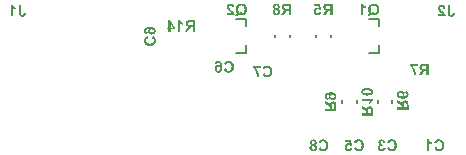
<source format=gbo>
G04 Layer_Color=13813960*
%FSLAX42Y42*%
%MOMM*%
G71*
G01*
G75*
%ADD38C,0.20*%
%ADD39C,0.20*%
G36*
X6723Y7771D02*
X6728Y7771D01*
X6732Y7771D01*
X6736Y7770D01*
X6739Y7769D01*
X6742Y7768D01*
X6745Y7767D01*
X6748Y7767D01*
X6750Y7766D01*
X6751Y7765D01*
X6753Y7764D01*
X6754Y7763D01*
X6755Y7763D01*
X6756Y7762D01*
X6756Y7762D01*
X6757Y7762D01*
X6759Y7760D01*
X6760Y7758D01*
X6762Y7756D01*
X6763Y7754D01*
X6764Y7752D01*
X6765Y7750D01*
X6766Y7748D01*
X6767Y7746D01*
X6767Y7744D01*
X6768Y7743D01*
X6768Y7741D01*
X6768Y7740D01*
Y7739D01*
X6768Y7738D01*
Y7738D01*
Y7737D01*
X6768Y7735D01*
X6768Y7733D01*
X6767Y7730D01*
X6767Y7728D01*
X6766Y7726D01*
X6765Y7724D01*
X6764Y7723D01*
X6764Y7721D01*
X6763Y7720D01*
X6762Y7719D01*
X6761Y7718D01*
X6760Y7717D01*
X6760Y7716D01*
X6759Y7715D01*
X6759Y7715D01*
X6759Y7715D01*
X6757Y7713D01*
X6755Y7712D01*
X6753Y7711D01*
X6751Y7710D01*
X6749Y7709D01*
X6747Y7708D01*
X6743Y7707D01*
X6742Y7707D01*
X6740Y7707D01*
X6739Y7707D01*
X6737Y7706D01*
X6736Y7706D01*
X6735D01*
X6732Y7706D01*
X6730Y7707D01*
X6727Y7707D01*
X6725Y7708D01*
X6723Y7708D01*
X6721Y7709D01*
X6719Y7710D01*
X6718Y7711D01*
X6717Y7711D01*
X6715Y7712D01*
X6714Y7713D01*
X6713Y7713D01*
X6713Y7714D01*
X6712Y7714D01*
X6712Y7714D01*
X6712Y7715D01*
X6710Y7716D01*
X6709Y7718D01*
X6708Y7720D01*
X6707Y7721D01*
X6706Y7723D01*
X6705Y7724D01*
X6704Y7728D01*
X6703Y7730D01*
X6703Y7731D01*
X6703Y7732D01*
X6703Y7733D01*
Y7734D01*
Y7734D01*
Y7734D01*
X6703Y7736D01*
X6703Y7738D01*
X6704Y7740D01*
X6704Y7742D01*
X6705Y7745D01*
X6707Y7747D01*
X6708Y7749D01*
X6709Y7750D01*
X6710Y7751D01*
X6710Y7751D01*
X6711Y7752D01*
X6711Y7752D01*
X6711Y7752D01*
X6708Y7752D01*
X6705Y7751D01*
X6703Y7751D01*
X6700Y7751D01*
X6698Y7750D01*
X6697Y7750D01*
X6695Y7749D01*
X6694Y7749D01*
X6692Y7748D01*
X6691Y7748D01*
X6691Y7748D01*
X6690Y7747D01*
X6689Y7747D01*
X6689Y7747D01*
X6689Y7747D01*
X6687Y7745D01*
X6686Y7743D01*
X6685Y7742D01*
X6684Y7740D01*
X6684Y7739D01*
X6684Y7738D01*
X6684Y7737D01*
Y7737D01*
X6684Y7735D01*
X6684Y7734D01*
X6685Y7733D01*
X6685Y7732D01*
X6685Y7731D01*
X6686Y7730D01*
X6686Y7730D01*
X6686Y7730D01*
X6687Y7729D01*
X6689Y7728D01*
X6690Y7727D01*
X6691Y7727D01*
X6693Y7727D01*
X6694Y7726D01*
X6694Y7726D01*
X6695D01*
X6692Y7708D01*
X6690Y7709D01*
X6688Y7709D01*
X6686Y7710D01*
X6685Y7711D01*
X6683Y7711D01*
X6681Y7712D01*
X6680Y7713D01*
X6679Y7713D01*
X6678Y7714D01*
X6677Y7715D01*
X6676Y7716D01*
X6675Y7716D01*
X6675Y7717D01*
X6675Y7717D01*
X6674Y7717D01*
X6674Y7717D01*
X6673Y7719D01*
X6672Y7720D01*
X6671Y7723D01*
X6670Y7726D01*
X6669Y7729D01*
X6668Y7732D01*
X6668Y7733D01*
Y7734D01*
X6668Y7735D01*
Y7735D01*
Y7736D01*
Y7736D01*
X6668Y7739D01*
X6669Y7741D01*
X6669Y7744D01*
X6670Y7746D01*
X6671Y7749D01*
X6672Y7751D01*
X6673Y7753D01*
X6674Y7754D01*
X6675Y7756D01*
X6676Y7757D01*
X6677Y7759D01*
X6678Y7760D01*
X6679Y7760D01*
X6679Y7761D01*
X6680Y7761D01*
X6680Y7761D01*
X6682Y7763D01*
X6685Y7765D01*
X6688Y7766D01*
X6691Y7767D01*
X6694Y7768D01*
X6697Y7769D01*
X6701Y7770D01*
X6704Y7770D01*
X6707Y7771D01*
X6709Y7771D01*
X6712Y7771D01*
X6714Y7771D01*
X6716Y7771D01*
X6719D01*
X6723Y7771D01*
D02*
G37*
G36*
X8617Y7969D02*
X8620Y7969D01*
X8624Y7968D01*
X8627Y7967D01*
X8630Y7966D01*
X8633Y7965D01*
X8636Y7964D01*
X8638Y7963D01*
X8640Y7961D01*
X8642Y7960D01*
X8644Y7959D01*
X8645Y7958D01*
X8646Y7957D01*
X8647Y7957D01*
X8647Y7956D01*
X8647Y7956D01*
X8650Y7953D01*
X8652Y7951D01*
X8653Y7948D01*
X8655Y7945D01*
X8656Y7941D01*
X8657Y7938D01*
X8658Y7935D01*
X8658Y7932D01*
X8659Y7930D01*
X8659Y7927D01*
X8660Y7925D01*
X8660Y7923D01*
Y7921D01*
X8660Y7920D01*
Y7919D01*
Y7919D01*
X8660Y7914D01*
X8659Y7910D01*
X8659Y7906D01*
X8658Y7903D01*
X8657Y7899D01*
X8656Y7896D01*
X8655Y7894D01*
X8654Y7891D01*
X8653Y7889D01*
X8651Y7887D01*
X8650Y7885D01*
X8649Y7884D01*
X8648Y7883D01*
X8648Y7882D01*
X8647Y7882D01*
X8647Y7881D01*
X8645Y7879D01*
X8642Y7877D01*
X8639Y7875D01*
X8636Y7874D01*
X8633Y7873D01*
X8631Y7871D01*
X8628Y7871D01*
X8625Y7870D01*
X8622Y7869D01*
X8620Y7869D01*
X8618Y7869D01*
X8616Y7868D01*
X8614Y7868D01*
X8613Y7868D01*
X8612D01*
X8608Y7868D01*
X8604Y7869D01*
X8600Y7869D01*
X8597Y7870D01*
X8596Y7871D01*
X8595Y7871D01*
X8593Y7871D01*
X8593Y7872D01*
X8592Y7872D01*
X8591Y7872D01*
X8591Y7872D01*
X8591D01*
X8589Y7871D01*
X8587Y7870D01*
X8585Y7868D01*
X8584Y7868D01*
X8582Y7867D01*
X8581Y7866D01*
X8580Y7865D01*
X8580Y7865D01*
X8579Y7865D01*
X8579Y7864D01*
X8578Y7864D01*
X8578Y7864D01*
X8575Y7862D01*
X8573Y7862D01*
X8572Y7861D01*
X8571Y7861D01*
X8570Y7860D01*
X8569Y7860D01*
X8569D01*
X8562Y7874D01*
X8565Y7875D01*
X8568Y7877D01*
X8570Y7878D01*
X8573Y7879D01*
X8575Y7880D01*
X8576Y7881D01*
X8577Y7882D01*
X8577Y7882D01*
X8577Y7882D01*
X8578D01*
X8576Y7885D01*
X8574Y7887D01*
X8572Y7890D01*
X8571Y7892D01*
X8570Y7894D01*
X8570Y7895D01*
X8569Y7896D01*
X8569Y7896D01*
X8569Y7896D01*
Y7897D01*
X8568Y7900D01*
X8567Y7904D01*
X8566Y7908D01*
X8566Y7911D01*
X8566Y7913D01*
X8566Y7914D01*
Y7916D01*
X8565Y7917D01*
Y7918D01*
Y7918D01*
Y7919D01*
Y7919D01*
X8566Y7923D01*
X8566Y7927D01*
X8567Y7931D01*
X8567Y7935D01*
X8568Y7938D01*
X8569Y7941D01*
X8571Y7944D01*
X8572Y7946D01*
X8573Y7949D01*
X8574Y7950D01*
X8575Y7952D01*
X8576Y7954D01*
X8577Y7955D01*
X8578Y7955D01*
X8578Y7956D01*
X8578Y7956D01*
X8581Y7958D01*
X8583Y7960D01*
X8586Y7962D01*
X8589Y7964D01*
X8592Y7965D01*
X8595Y7966D01*
X8598Y7967D01*
X8600Y7968D01*
X8603Y7968D01*
X8605Y7969D01*
X8607Y7969D01*
X8609Y7969D01*
X8611D01*
X8612Y7969D01*
X8613D01*
X8617Y7969D01*
D02*
G37*
G36*
X6706Y7676D02*
X6702Y7675D01*
X6699Y7673D01*
X6696Y7672D01*
X6694Y7671D01*
X6692Y7669D01*
X6691Y7669D01*
X6690Y7668D01*
X6690Y7668D01*
X6688Y7665D01*
X6687Y7663D01*
X6686Y7661D01*
X6686Y7659D01*
X6685Y7657D01*
X6685Y7655D01*
X6685Y7655D01*
Y7654D01*
Y7654D01*
Y7654D01*
X6685Y7652D01*
X6685Y7650D01*
X6686Y7647D01*
X6687Y7644D01*
X6689Y7642D01*
X6690Y7640D01*
X6692Y7638D01*
X6692Y7638D01*
X6693Y7637D01*
X6693Y7637D01*
X6693Y7637D01*
X6694Y7636D01*
X6696Y7635D01*
X6698Y7634D01*
X6700Y7633D01*
X6705Y7632D01*
X6709Y7631D01*
X6711Y7631D01*
X6713Y7631D01*
X6715Y7630D01*
X6716D01*
X6718Y7630D01*
X6719D01*
X6723Y7630D01*
X6726Y7631D01*
X6728Y7631D01*
X6731Y7631D01*
X6733Y7632D01*
X6735Y7632D01*
X6737Y7633D01*
X6739Y7634D01*
X6740Y7634D01*
X6741Y7635D01*
X6742Y7635D01*
X6743Y7636D01*
X6744Y7636D01*
X6744Y7637D01*
X6745Y7637D01*
X6745D01*
X6746Y7638D01*
X6747Y7640D01*
X6748Y7641D01*
X6749Y7643D01*
X6751Y7646D01*
X6752Y7648D01*
X6752Y7651D01*
X6752Y7652D01*
X6752Y7653D01*
X6753Y7654D01*
Y7654D01*
Y7654D01*
Y7655D01*
X6752Y7657D01*
X6752Y7660D01*
X6751Y7662D01*
X6750Y7664D01*
X6750Y7666D01*
X6749Y7667D01*
X6748Y7668D01*
X6748Y7668D01*
X6746Y7670D01*
X6744Y7671D01*
X6742Y7673D01*
X6740Y7674D01*
X6739Y7674D01*
X6738Y7675D01*
X6737Y7675D01*
X6737D01*
X6736Y7675D01*
X6736D01*
X6741Y7695D01*
X6745Y7693D01*
X6749Y7692D01*
X6752Y7690D01*
X6754Y7688D01*
X6756Y7687D01*
X6757Y7686D01*
X6758Y7686D01*
X6758Y7685D01*
X6759Y7685D01*
X6759Y7685D01*
Y7685D01*
X6761Y7682D01*
X6762Y7680D01*
X6764Y7678D01*
X6765Y7675D01*
X6766Y7673D01*
X6767Y7670D01*
X6768Y7668D01*
X6768Y7666D01*
X6769Y7664D01*
X6769Y7662D01*
X6769Y7660D01*
X6769Y7658D01*
X6769Y7657D01*
Y7656D01*
Y7656D01*
Y7656D01*
X6769Y7652D01*
X6769Y7648D01*
X6768Y7645D01*
X6767Y7642D01*
X6766Y7639D01*
X6765Y7636D01*
X6764Y7634D01*
X6763Y7631D01*
X6761Y7629D01*
X6760Y7628D01*
X6759Y7626D01*
X6758Y7625D01*
X6757Y7624D01*
X6756Y7623D01*
X6756Y7623D01*
X6756Y7623D01*
X6753Y7620D01*
X6750Y7618D01*
X6747Y7617D01*
X6744Y7615D01*
X6741Y7614D01*
X6738Y7613D01*
X6735Y7612D01*
X6732Y7612D01*
X6729Y7611D01*
X6726Y7611D01*
X6724Y7610D01*
X6722Y7610D01*
X6720D01*
X6719Y7610D01*
X6718D01*
X6714Y7610D01*
X6710Y7611D01*
X6706Y7611D01*
X6703Y7612D01*
X6699Y7613D01*
X6696Y7614D01*
X6694Y7615D01*
X6691Y7616D01*
X6689Y7617D01*
X6687Y7618D01*
X6685Y7620D01*
X6684Y7620D01*
X6683Y7621D01*
X6682Y7622D01*
X6682Y7622D01*
X6682Y7622D01*
X6679Y7625D01*
X6677Y7627D01*
X6675Y7630D01*
X6674Y7633D01*
X6673Y7635D01*
X6672Y7638D01*
X6671Y7641D01*
X6670Y7643D01*
X6669Y7645D01*
X6669Y7647D01*
X6669Y7649D01*
X6669Y7651D01*
X6668Y7652D01*
X6668Y7653D01*
Y7654D01*
Y7654D01*
X6668Y7657D01*
X6669Y7660D01*
X6669Y7663D01*
X6670Y7665D01*
X6670Y7667D01*
X6671Y7669D01*
X6671Y7671D01*
X6672Y7673D01*
X6673Y7675D01*
X6674Y7676D01*
X6674Y7677D01*
X6675Y7678D01*
X6675Y7679D01*
X6676Y7680D01*
X6676Y7680D01*
X6676Y7680D01*
X6678Y7682D01*
X6679Y7684D01*
X6683Y7687D01*
X6687Y7689D01*
X6691Y7691D01*
X6693Y7692D01*
X6694Y7693D01*
X6696Y7693D01*
X6697Y7694D01*
X6698Y7694D01*
X6699Y7695D01*
X6700Y7695D01*
X6700D01*
X6706Y7676D01*
D02*
G37*
G36*
X7657Y7424D02*
X7615D01*
X7620Y7418D01*
X7624Y7411D01*
X7626Y7408D01*
X7627Y7405D01*
X7629Y7402D01*
X7630Y7399D01*
X7632Y7396D01*
X7633Y7394D01*
X7634Y7392D01*
X7634Y7390D01*
X7635Y7388D01*
X7635Y7387D01*
X7636Y7386D01*
X7636Y7386D01*
X7637Y7382D01*
X7639Y7378D01*
X7640Y7375D01*
X7641Y7371D01*
X7641Y7367D01*
X7642Y7364D01*
X7643Y7361D01*
X7643Y7358D01*
X7643Y7355D01*
X7644Y7352D01*
X7644Y7350D01*
X7644Y7349D01*
Y7347D01*
X7644Y7346D01*
Y7345D01*
Y7345D01*
X7626D01*
X7626Y7350D01*
X7626Y7355D01*
X7625Y7360D01*
X7625Y7362D01*
X7624Y7364D01*
X7624Y7366D01*
X7623Y7368D01*
X7623Y7370D01*
X7623Y7371D01*
X7622Y7373D01*
X7622Y7373D01*
X7622Y7374D01*
Y7374D01*
X7620Y7380D01*
X7618Y7386D01*
X7617Y7389D01*
X7616Y7391D01*
X7615Y7394D01*
X7614Y7396D01*
X7613Y7398D01*
X7612Y7400D01*
X7611Y7401D01*
X7611Y7403D01*
X7610Y7404D01*
X7610Y7404D01*
X7610Y7405D01*
X7610Y7405D01*
X7608Y7408D01*
X7606Y7410D01*
X7605Y7413D01*
X7604Y7415D01*
X7602Y7417D01*
X7601Y7419D01*
X7600Y7420D01*
X7598Y7422D01*
X7597Y7423D01*
X7596Y7425D01*
X7595Y7425D01*
X7595Y7426D01*
X7594Y7427D01*
X7594Y7427D01*
X7593Y7428D01*
X7593Y7428D01*
Y7441D01*
X7657D01*
Y7424D01*
D02*
G37*
G36*
X7713Y7444D02*
X7717Y7444D01*
X7720Y7443D01*
X7723Y7442D01*
X7726Y7441D01*
X7729Y7440D01*
X7731Y7439D01*
X7734Y7438D01*
X7736Y7436D01*
X7737Y7435D01*
X7739Y7434D01*
X7740Y7433D01*
X7741Y7432D01*
X7742Y7431D01*
X7742Y7431D01*
X7742Y7431D01*
X7745Y7428D01*
X7747Y7425D01*
X7748Y7422D01*
X7750Y7419D01*
X7751Y7416D01*
X7752Y7413D01*
X7753Y7410D01*
X7753Y7407D01*
X7754Y7404D01*
X7754Y7401D01*
X7755Y7399D01*
X7755Y7397D01*
Y7395D01*
X7755Y7394D01*
Y7393D01*
Y7393D01*
Y7393D01*
X7755Y7389D01*
X7754Y7385D01*
X7754Y7381D01*
X7753Y7378D01*
X7752Y7374D01*
X7751Y7371D01*
X7750Y7369D01*
X7749Y7366D01*
X7748Y7364D01*
X7747Y7362D01*
X7745Y7360D01*
X7745Y7359D01*
X7744Y7358D01*
X7743Y7357D01*
X7743Y7357D01*
X7743Y7357D01*
X7740Y7354D01*
X7738Y7352D01*
X7735Y7350D01*
X7732Y7349D01*
X7730Y7348D01*
X7727Y7347D01*
X7724Y7346D01*
X7722Y7345D01*
X7720Y7344D01*
X7717Y7344D01*
X7716Y7344D01*
X7714Y7344D01*
X7713Y7343D01*
X7712Y7343D01*
X7711D01*
X7708Y7343D01*
X7705Y7344D01*
X7702Y7344D01*
X7700Y7345D01*
X7698Y7345D01*
X7696Y7346D01*
X7694Y7346D01*
X7692Y7347D01*
X7690Y7348D01*
X7689Y7349D01*
X7688Y7349D01*
X7687Y7350D01*
X7686Y7350D01*
X7685Y7351D01*
X7685Y7351D01*
X7685Y7351D01*
X7683Y7353D01*
X7681Y7354D01*
X7678Y7358D01*
X7676Y7362D01*
X7674Y7366D01*
X7673Y7368D01*
X7672Y7369D01*
X7672Y7371D01*
X7671Y7372D01*
X7671Y7373D01*
X7670Y7374D01*
X7670Y7375D01*
Y7375D01*
X7689Y7381D01*
X7690Y7377D01*
X7692Y7374D01*
X7693Y7371D01*
X7694Y7369D01*
X7696Y7367D01*
X7696Y7366D01*
X7697Y7365D01*
X7697Y7365D01*
X7700Y7363D01*
X7702Y7362D01*
X7704Y7361D01*
X7706Y7361D01*
X7708Y7360D01*
X7710Y7360D01*
X7710Y7360D01*
X7711D01*
X7713Y7360D01*
X7715Y7360D01*
X7718Y7361D01*
X7721Y7362D01*
X7723Y7364D01*
X7725Y7365D01*
X7727Y7367D01*
X7727Y7367D01*
X7728Y7368D01*
X7728Y7368D01*
X7728Y7368D01*
X7729Y7369D01*
X7730Y7371D01*
X7731Y7373D01*
X7732Y7375D01*
X7733Y7380D01*
X7734Y7384D01*
X7734Y7386D01*
X7734Y7388D01*
X7735Y7390D01*
Y7391D01*
X7735Y7393D01*
Y7393D01*
Y7394D01*
Y7394D01*
X7735Y7398D01*
X7734Y7401D01*
X7734Y7403D01*
X7734Y7406D01*
X7733Y7408D01*
X7733Y7410D01*
X7732Y7412D01*
X7731Y7414D01*
X7731Y7415D01*
X7730Y7416D01*
X7730Y7417D01*
X7729Y7418D01*
X7729Y7419D01*
X7728Y7419D01*
X7728Y7420D01*
Y7420D01*
X7727Y7421D01*
X7725Y7422D01*
X7724Y7423D01*
X7722Y7424D01*
X7719Y7426D01*
X7717Y7427D01*
X7714Y7427D01*
X7713Y7427D01*
X7712Y7427D01*
X7711Y7428D01*
X7710D01*
X7708Y7427D01*
X7705Y7427D01*
X7703Y7426D01*
X7701Y7425D01*
X7699Y7425D01*
X7698Y7424D01*
X7697Y7423D01*
X7697Y7423D01*
X7695Y7421D01*
X7694Y7419D01*
X7692Y7417D01*
X7691Y7415D01*
X7691Y7414D01*
X7690Y7413D01*
X7690Y7412D01*
Y7412D01*
X7690Y7411D01*
Y7411D01*
X7670Y7416D01*
X7672Y7420D01*
X7673Y7424D01*
X7675Y7427D01*
X7677Y7429D01*
X7678Y7431D01*
X7679Y7432D01*
X7679Y7433D01*
X7680Y7433D01*
X7680Y7434D01*
X7680Y7434D01*
X7680D01*
X7683Y7436D01*
X7685Y7437D01*
X7687Y7439D01*
X7690Y7440D01*
X7692Y7441D01*
X7695Y7442D01*
X7697Y7443D01*
X7699Y7443D01*
X7701Y7444D01*
X7703Y7444D01*
X7705Y7444D01*
X7707Y7444D01*
X7708Y7444D01*
X7709D01*
X7713Y7444D01*
D02*
G37*
G36*
X8523Y7965D02*
X8525Y7962D01*
X8527Y7959D01*
X8529Y7957D01*
X8530Y7955D01*
X8532Y7954D01*
X8533Y7953D01*
X8533Y7953D01*
X8533Y7952D01*
X8533Y7952D01*
X8537Y7950D01*
X8539Y7948D01*
X8542Y7947D01*
X8545Y7945D01*
X8547Y7945D01*
X8548Y7944D01*
X8548Y7944D01*
X8549Y7944D01*
X8549Y7943D01*
X8549D01*
Y7927D01*
X8544Y7929D01*
X8540Y7931D01*
X8537Y7932D01*
X8536Y7933D01*
X8534Y7934D01*
X8532Y7935D01*
X8530Y7936D01*
X8529Y7937D01*
X8528Y7938D01*
X8527Y7939D01*
X8526Y7940D01*
X8526Y7940D01*
X8525Y7940D01*
X8525Y7941D01*
Y7870D01*
X8506D01*
Y7968D01*
X8522D01*
X8523Y7965D01*
D02*
G37*
G36*
X7915Y7870D02*
X7895D01*
Y7911D01*
X7889D01*
X7887Y7911D01*
X7885Y7910D01*
X7884Y7910D01*
X7883Y7910D01*
X7882Y7910D01*
X7882Y7910D01*
X7881D01*
X7880Y7909D01*
X7879Y7908D01*
X7878Y7908D01*
X7877Y7907D01*
X7877Y7907D01*
X7876Y7906D01*
X7876Y7906D01*
X7876Y7906D01*
X7875Y7905D01*
X7874Y7904D01*
X7873Y7902D01*
X7871Y7900D01*
X7869Y7897D01*
X7868Y7895D01*
X7867Y7894D01*
X7866Y7893D01*
X7866Y7892D01*
X7865Y7892D01*
X7865Y7891D01*
X7865Y7891D01*
X7851Y7870D01*
X7827D01*
X7839Y7889D01*
X7841Y7891D01*
X7842Y7893D01*
X7843Y7895D01*
X7844Y7896D01*
X7845Y7898D01*
X7846Y7899D01*
X7848Y7901D01*
X7849Y7903D01*
X7850Y7904D01*
X7850Y7905D01*
X7851Y7905D01*
X7852Y7907D01*
X7854Y7908D01*
X7856Y7909D01*
X7857Y7911D01*
X7859Y7912D01*
X7860Y7912D01*
X7861Y7913D01*
X7861Y7913D01*
X7861D01*
X7859Y7913D01*
X7856Y7914D01*
X7855Y7915D01*
X7853Y7915D01*
X7851Y7916D01*
X7849Y7917D01*
X7848Y7917D01*
X7846Y7918D01*
X7845Y7919D01*
X7844Y7920D01*
X7844Y7920D01*
X7843Y7921D01*
X7842Y7921D01*
X7842Y7922D01*
X7842Y7922D01*
X7842Y7922D01*
X7841Y7923D01*
X7840Y7925D01*
X7838Y7928D01*
X7837Y7931D01*
X7836Y7934D01*
X7835Y7936D01*
X7835Y7937D01*
Y7938D01*
X7835Y7939D01*
Y7940D01*
Y7940D01*
Y7940D01*
X7835Y7943D01*
X7836Y7946D01*
X7837Y7949D01*
X7837Y7951D01*
X7838Y7953D01*
X7839Y7954D01*
X7839Y7955D01*
X7839Y7955D01*
X7840Y7955D01*
Y7955D01*
X7841Y7958D01*
X7843Y7960D01*
X7845Y7961D01*
X7847Y7963D01*
X7848Y7964D01*
X7850Y7964D01*
X7851Y7965D01*
X7851Y7965D01*
X7851D01*
X7852Y7965D01*
X7854Y7966D01*
X7857Y7966D01*
X7861Y7967D01*
X7865Y7967D01*
X7867D01*
X7868Y7967D01*
X7870D01*
X7871Y7968D01*
X7915D01*
Y7870D01*
D02*
G37*
G36*
X8829Y7146D02*
X8831Y7144D01*
X8833Y7143D01*
X8835Y7142D01*
X8836Y7141D01*
X8838Y7140D01*
X8839Y7139D01*
X8841Y7137D01*
X8843Y7136D01*
X8844Y7135D01*
X8845Y7135D01*
X8845Y7134D01*
X8847Y7133D01*
X8848Y7131D01*
X8849Y7129D01*
X8851Y7128D01*
X8852Y7126D01*
X8852Y7125D01*
X8853Y7124D01*
X8853Y7124D01*
Y7124D01*
X8853Y7126D01*
X8854Y7129D01*
X8855Y7130D01*
X8855Y7132D01*
X8856Y7134D01*
X8857Y7136D01*
X8857Y7137D01*
X8858Y7139D01*
X8859Y7140D01*
X8860Y7141D01*
X8860Y7141D01*
X8861Y7142D01*
X8861Y7143D01*
X8862Y7143D01*
X8862Y7143D01*
X8862Y7143D01*
X8863Y7144D01*
X8865Y7145D01*
X8868Y7147D01*
X8871Y7148D01*
X8874Y7149D01*
X8876Y7150D01*
X8877Y7150D01*
X8878D01*
X8879Y7150D01*
X8880D01*
X8883Y7150D01*
X8886Y7149D01*
X8889Y7148D01*
X8891Y7148D01*
X8893Y7147D01*
X8894Y7146D01*
X8895Y7146D01*
X8895Y7146D01*
X8895Y7145D01*
X8895D01*
X8898Y7144D01*
X8900Y7142D01*
X8901Y7140D01*
X8903Y7138D01*
X8904Y7137D01*
X8904Y7135D01*
X8905Y7134D01*
X8905Y7134D01*
Y7134D01*
X8905Y7133D01*
X8906Y7131D01*
X8906Y7128D01*
X8907Y7124D01*
X8907Y7120D01*
Y7118D01*
X8907Y7117D01*
Y7115D01*
X8908Y7114D01*
Y7113D01*
Y7112D01*
Y7112D01*
Y7111D01*
Y7070D01*
X8810D01*
Y7090D01*
X8851D01*
Y7094D01*
Y7096D01*
X8851Y7098D01*
X8850Y7100D01*
X8850Y7101D01*
X8850Y7102D01*
X8850Y7103D01*
X8850Y7103D01*
Y7104D01*
X8849Y7105D01*
X8848Y7106D01*
X8848Y7107D01*
X8847Y7108D01*
X8847Y7108D01*
X8846Y7109D01*
X8846Y7109D01*
X8846Y7109D01*
X8845Y7110D01*
X8844Y7111D01*
X8842Y7112D01*
X8840Y7114D01*
X8837Y7116D01*
X8835Y7117D01*
X8834Y7118D01*
X8833Y7119D01*
X8832Y7119D01*
X8832Y7120D01*
X8831Y7120D01*
X8831Y7120D01*
X8810Y7134D01*
Y7158D01*
X8829Y7146D01*
D02*
G37*
G36*
X7792Y7968D02*
X7794Y7968D01*
X7797Y7967D01*
X7799Y7967D01*
X7801Y7966D01*
X7803Y7966D01*
X7804Y7965D01*
X7805Y7965D01*
X7807Y7964D01*
X7808Y7963D01*
X7809Y7963D01*
X7810Y7962D01*
X7810Y7962D01*
X7811Y7961D01*
X7811Y7961D01*
X7811Y7961D01*
X7812Y7960D01*
X7814Y7958D01*
X7815Y7957D01*
X7815Y7955D01*
X7817Y7952D01*
X7818Y7949D01*
X7818Y7947D01*
X7818Y7946D01*
X7819Y7945D01*
X7819Y7944D01*
Y7943D01*
Y7943D01*
Y7943D01*
X7819Y7940D01*
X7818Y7938D01*
X7818Y7936D01*
X7817Y7935D01*
X7816Y7933D01*
X7816Y7932D01*
X7816Y7931D01*
X7815Y7931D01*
X7814Y7929D01*
X7812Y7928D01*
X7811Y7926D01*
X7809Y7925D01*
X7807Y7924D01*
X7806Y7923D01*
X7805Y7923D01*
X7805Y7923D01*
X7805D01*
X7808Y7921D01*
X7810Y7920D01*
X7813Y7918D01*
X7814Y7916D01*
X7816Y7915D01*
X7817Y7914D01*
X7817Y7913D01*
X7817Y7913D01*
Y7912D01*
X7819Y7910D01*
X7820Y7907D01*
X7820Y7905D01*
X7821Y7903D01*
X7821Y7901D01*
X7821Y7899D01*
Y7899D01*
Y7898D01*
Y7898D01*
Y7898D01*
X7821Y7895D01*
X7821Y7893D01*
X7820Y7890D01*
X7819Y7888D01*
X7819Y7886D01*
X7818Y7884D01*
X7817Y7883D01*
X7816Y7881D01*
X7815Y7880D01*
X7814Y7878D01*
X7813Y7877D01*
X7812Y7877D01*
X7812Y7876D01*
X7811Y7875D01*
X7811Y7875D01*
X7811Y7875D01*
X7809Y7874D01*
X7807Y7873D01*
X7805Y7872D01*
X7803Y7871D01*
X7800Y7870D01*
X7796Y7869D01*
X7795Y7869D01*
X7793Y7869D01*
X7792Y7868D01*
X7791Y7868D01*
X7790Y7868D01*
X7789D01*
X7786Y7868D01*
X7783Y7869D01*
X7781Y7869D01*
X7779Y7869D01*
X7777Y7870D01*
X7775Y7871D01*
X7773Y7872D01*
X7772Y7872D01*
X7770Y7873D01*
X7769Y7874D01*
X7768Y7875D01*
X7767Y7875D01*
X7766Y7876D01*
X7766Y7876D01*
X7766Y7876D01*
X7766Y7877D01*
X7764Y7878D01*
X7763Y7880D01*
X7761Y7882D01*
X7760Y7884D01*
X7760Y7886D01*
X7759Y7887D01*
X7758Y7891D01*
X7758Y7892D01*
X7757Y7894D01*
X7757Y7895D01*
X7757Y7896D01*
X7757Y7897D01*
Y7898D01*
Y7898D01*
Y7899D01*
X7757Y7902D01*
X7758Y7904D01*
X7758Y7907D01*
X7759Y7909D01*
X7760Y7911D01*
X7760Y7912D01*
X7761Y7913D01*
X7761Y7913D01*
X7763Y7915D01*
X7765Y7917D01*
X7767Y7919D01*
X7769Y7920D01*
X7771Y7921D01*
X7772Y7922D01*
X7773Y7922D01*
X7773Y7923D01*
X7773Y7923D01*
X7773D01*
X7771Y7924D01*
X7769Y7925D01*
X7768Y7926D01*
X7766Y7928D01*
X7765Y7929D01*
X7764Y7930D01*
X7764Y7930D01*
X7764Y7931D01*
X7762Y7933D01*
X7761Y7935D01*
X7761Y7937D01*
X7760Y7939D01*
X7760Y7940D01*
X7760Y7942D01*
Y7943D01*
Y7943D01*
Y7943D01*
X7760Y7945D01*
X7760Y7947D01*
X7761Y7950D01*
X7762Y7953D01*
X7764Y7956D01*
X7765Y7958D01*
X7766Y7959D01*
X7766Y7960D01*
X7767Y7960D01*
X7767Y7961D01*
X7768Y7961D01*
X7768Y7961D01*
X7769Y7962D01*
X7771Y7963D01*
X7773Y7964D01*
X7774Y7965D01*
X7778Y7966D01*
X7782Y7967D01*
X7783Y7968D01*
X7785Y7968D01*
X7786Y7968D01*
X7787Y7968D01*
X7788Y7968D01*
X7789D01*
X7792Y7968D01*
D02*
G37*
G36*
X7497Y7969D02*
X7500Y7969D01*
X7504Y7968D01*
X7507Y7967D01*
X7510Y7966D01*
X7513Y7965D01*
X7516Y7964D01*
X7518Y7963D01*
X7520Y7961D01*
X7522Y7960D01*
X7524Y7959D01*
X7525Y7958D01*
X7526Y7957D01*
X7527Y7957D01*
X7527Y7956D01*
X7527Y7956D01*
X7530Y7953D01*
X7532Y7951D01*
X7533Y7948D01*
X7535Y7945D01*
X7536Y7941D01*
X7537Y7938D01*
X7538Y7935D01*
X7538Y7932D01*
X7539Y7930D01*
X7539Y7927D01*
X7540Y7925D01*
X7540Y7923D01*
Y7921D01*
X7540Y7920D01*
Y7919D01*
Y7919D01*
X7540Y7914D01*
X7539Y7910D01*
X7539Y7906D01*
X7538Y7903D01*
X7537Y7899D01*
X7536Y7896D01*
X7535Y7894D01*
X7534Y7891D01*
X7533Y7889D01*
X7531Y7887D01*
X7530Y7885D01*
X7529Y7884D01*
X7528Y7883D01*
X7528Y7882D01*
X7527Y7882D01*
X7527Y7881D01*
X7525Y7879D01*
X7522Y7877D01*
X7519Y7875D01*
X7516Y7874D01*
X7513Y7873D01*
X7511Y7871D01*
X7508Y7871D01*
X7505Y7870D01*
X7502Y7869D01*
X7500Y7869D01*
X7498Y7869D01*
X7496Y7868D01*
X7494Y7868D01*
X7493Y7868D01*
X7492D01*
X7488Y7868D01*
X7484Y7869D01*
X7480Y7869D01*
X7477Y7870D01*
X7476Y7871D01*
X7475Y7871D01*
X7473Y7871D01*
X7473Y7872D01*
X7472Y7872D01*
X7471Y7872D01*
X7471Y7872D01*
X7471D01*
X7469Y7871D01*
X7467Y7870D01*
X7465Y7868D01*
X7464Y7868D01*
X7462Y7867D01*
X7461Y7866D01*
X7460Y7865D01*
X7460Y7865D01*
X7459Y7865D01*
X7459Y7864D01*
X7458Y7864D01*
X7458Y7864D01*
X7455Y7862D01*
X7453Y7862D01*
X7452Y7861D01*
X7451Y7861D01*
X7450Y7860D01*
X7449Y7860D01*
X7449D01*
X7442Y7874D01*
X7445Y7875D01*
X7448Y7877D01*
X7450Y7878D01*
X7453Y7879D01*
X7455Y7880D01*
X7456Y7881D01*
X7457Y7882D01*
X7457Y7882D01*
X7457Y7882D01*
X7458D01*
X7456Y7885D01*
X7454Y7887D01*
X7452Y7890D01*
X7451Y7892D01*
X7450Y7894D01*
X7450Y7895D01*
X7449Y7896D01*
X7449Y7896D01*
X7449Y7896D01*
Y7897D01*
X7448Y7900D01*
X7447Y7904D01*
X7446Y7908D01*
X7446Y7911D01*
X7446Y7913D01*
X7446Y7914D01*
Y7916D01*
X7445Y7917D01*
Y7918D01*
Y7918D01*
Y7919D01*
Y7919D01*
X7446Y7923D01*
X7446Y7927D01*
X7447Y7931D01*
X7447Y7935D01*
X7448Y7938D01*
X7449Y7941D01*
X7451Y7944D01*
X7452Y7946D01*
X7453Y7949D01*
X7454Y7950D01*
X7455Y7952D01*
X7456Y7954D01*
X7457Y7955D01*
X7458Y7955D01*
X7458Y7956D01*
X7458Y7956D01*
X7461Y7958D01*
X7463Y7960D01*
X7466Y7962D01*
X7469Y7964D01*
X7472Y7965D01*
X7475Y7966D01*
X7478Y7967D01*
X7480Y7968D01*
X7483Y7968D01*
X7485Y7969D01*
X7487Y7969D01*
X7489Y7969D01*
X7491D01*
X7492Y7969D01*
X7493D01*
X7497Y7969D01*
D02*
G37*
G36*
X7404Y7968D02*
X7407Y7968D01*
X7411Y7967D01*
X7415Y7966D01*
X7416Y7965D01*
X7418Y7965D01*
X7419Y7964D01*
X7420Y7963D01*
X7422Y7963D01*
X7422Y7962D01*
X7423Y7962D01*
X7424Y7962D01*
X7424Y7961D01*
X7424Y7961D01*
X7426Y7960D01*
X7427Y7959D01*
X7428Y7957D01*
X7429Y7955D01*
X7431Y7951D01*
X7432Y7948D01*
X7433Y7946D01*
X7433Y7944D01*
X7434Y7943D01*
X7434Y7942D01*
X7434Y7941D01*
Y7940D01*
X7434Y7939D01*
Y7939D01*
X7416Y7937D01*
X7415Y7940D01*
X7415Y7943D01*
X7414Y7945D01*
X7414Y7946D01*
X7413Y7948D01*
X7412Y7948D01*
X7412Y7949D01*
X7412Y7949D01*
X7410Y7950D01*
X7409Y7951D01*
X7407Y7952D01*
X7406Y7952D01*
X7405Y7952D01*
X7403Y7953D01*
X7402D01*
X7400Y7952D01*
X7398Y7952D01*
X7397Y7951D01*
X7396Y7951D01*
X7395Y7950D01*
X7394Y7950D01*
X7393Y7949D01*
X7393Y7949D01*
X7392Y7948D01*
X7391Y7946D01*
X7391Y7945D01*
X7390Y7943D01*
X7390Y7942D01*
X7390Y7940D01*
Y7940D01*
Y7940D01*
Y7939D01*
X7390Y7937D01*
X7390Y7935D01*
X7391Y7933D01*
X7392Y7932D01*
X7392Y7930D01*
X7393Y7929D01*
X7394Y7928D01*
X7394Y7928D01*
X7394Y7927D01*
X7395Y7926D01*
X7396Y7925D01*
X7397Y7924D01*
X7400Y7921D01*
X7402Y7918D01*
X7405Y7916D01*
X7406Y7915D01*
X7407Y7914D01*
X7408Y7913D01*
X7409Y7913D01*
X7409Y7912D01*
X7409Y7912D01*
X7412Y7909D01*
X7415Y7907D01*
X7417Y7904D01*
X7419Y7902D01*
X7421Y7900D01*
X7423Y7898D01*
X7424Y7897D01*
X7426Y7895D01*
X7427Y7893D01*
X7428Y7892D01*
X7428Y7891D01*
X7429Y7890D01*
X7430Y7890D01*
X7430Y7889D01*
X7430Y7889D01*
Y7889D01*
X7432Y7885D01*
X7433Y7882D01*
X7435Y7879D01*
X7435Y7876D01*
X7436Y7874D01*
X7436Y7873D01*
X7436Y7872D01*
X7436Y7871D01*
X7437Y7870D01*
Y7870D01*
Y7870D01*
X7371D01*
Y7887D01*
X7408D01*
X7407Y7889D01*
X7406Y7891D01*
X7405Y7891D01*
X7405Y7892D01*
X7405Y7892D01*
X7404Y7892D01*
X7404Y7893D01*
X7403Y7894D01*
X7402Y7895D01*
X7400Y7897D01*
X7398Y7899D01*
X7396Y7901D01*
X7395Y7902D01*
X7394Y7903D01*
X7394Y7903D01*
X7393Y7903D01*
X7393Y7903D01*
X7390Y7906D01*
X7387Y7909D01*
X7385Y7911D01*
X7384Y7913D01*
X7382Y7914D01*
X7382Y7915D01*
X7381Y7916D01*
X7381Y7916D01*
X7379Y7918D01*
X7377Y7920D01*
X7376Y7923D01*
X7375Y7924D01*
X7374Y7926D01*
X7374Y7927D01*
X7374Y7928D01*
X7373Y7928D01*
X7373Y7930D01*
X7372Y7933D01*
X7372Y7935D01*
X7371Y7937D01*
X7371Y7938D01*
X7371Y7940D01*
Y7940D01*
Y7941D01*
X7371Y7943D01*
X7371Y7945D01*
X7372Y7947D01*
X7372Y7949D01*
X7374Y7952D01*
X7375Y7955D01*
X7376Y7956D01*
X7377Y7957D01*
X7377Y7958D01*
X7378Y7959D01*
X7379Y7959D01*
X7379Y7960D01*
X7379Y7960D01*
X7379Y7960D01*
X7381Y7962D01*
X7383Y7963D01*
X7384Y7964D01*
X7386Y7965D01*
X7390Y7966D01*
X7394Y7967D01*
X7395Y7967D01*
X7397Y7968D01*
X7398Y7968D01*
X7400Y7968D01*
X7401Y7968D01*
X7402D01*
X7404Y7968D01*
D02*
G37*
G36*
X8188Y6819D02*
X8192Y6819D01*
X8195Y6818D01*
X8198Y6817D01*
X8201Y6816D01*
X8204Y6815D01*
X8206Y6814D01*
X8209Y6813D01*
X8211Y6811D01*
X8212Y6810D01*
X8214Y6809D01*
X8215Y6808D01*
X8216Y6807D01*
X8217Y6806D01*
X8217Y6806D01*
X8217Y6806D01*
X8220Y6803D01*
X8222Y6800D01*
X8223Y6797D01*
X8225Y6794D01*
X8226Y6791D01*
X8227Y6788D01*
X8228Y6785D01*
X8228Y6782D01*
X8229Y6779D01*
X8229Y6776D01*
X8230Y6774D01*
X8230Y6772D01*
Y6770D01*
X8230Y6769D01*
Y6768D01*
Y6768D01*
Y6768D01*
X8230Y6764D01*
X8229Y6760D01*
X8229Y6756D01*
X8228Y6753D01*
X8227Y6749D01*
X8226Y6746D01*
X8225Y6744D01*
X8224Y6741D01*
X8223Y6739D01*
X8222Y6737D01*
X8220Y6735D01*
X8220Y6734D01*
X8219Y6733D01*
X8218Y6732D01*
X8218Y6732D01*
X8218Y6732D01*
X8215Y6729D01*
X8213Y6727D01*
X8210Y6725D01*
X8207Y6724D01*
X8205Y6723D01*
X8202Y6722D01*
X8199Y6721D01*
X8197Y6720D01*
X8195Y6719D01*
X8193Y6719D01*
X8191Y6719D01*
X8189Y6719D01*
X8188Y6718D01*
X8187Y6718D01*
X8186D01*
X8183Y6718D01*
X8180Y6719D01*
X8177Y6719D01*
X8175Y6720D01*
X8173Y6720D01*
X8171Y6721D01*
X8169Y6721D01*
X8167Y6722D01*
X8165Y6723D01*
X8164Y6724D01*
X8163Y6724D01*
X8162Y6725D01*
X8161Y6725D01*
X8160Y6726D01*
X8160Y6726D01*
X8160Y6726D01*
X8158Y6728D01*
X8156Y6729D01*
X8153Y6733D01*
X8151Y6737D01*
X8149Y6741D01*
X8148Y6743D01*
X8147Y6744D01*
X8147Y6746D01*
X8146Y6747D01*
X8146Y6748D01*
X8145Y6749D01*
X8145Y6750D01*
Y6750D01*
X8164Y6756D01*
X8165Y6752D01*
X8167Y6749D01*
X8168Y6746D01*
X8169Y6744D01*
X8171Y6742D01*
X8171Y6741D01*
X8172Y6740D01*
X8172Y6740D01*
X8175Y6738D01*
X8177Y6737D01*
X8179Y6736D01*
X8181Y6736D01*
X8183Y6735D01*
X8185Y6735D01*
X8185Y6735D01*
X8186D01*
X8188Y6735D01*
X8190Y6735D01*
X8193Y6736D01*
X8196Y6737D01*
X8198Y6739D01*
X8200Y6740D01*
X8202Y6742D01*
X8202Y6742D01*
X8203Y6743D01*
X8203Y6743D01*
X8203Y6743D01*
X8204Y6744D01*
X8205Y6746D01*
X8206Y6748D01*
X8207Y6750D01*
X8208Y6755D01*
X8209Y6759D01*
X8209Y6761D01*
X8209Y6763D01*
X8210Y6765D01*
Y6766D01*
X8210Y6768D01*
Y6768D01*
Y6769D01*
Y6769D01*
X8210Y6773D01*
X8209Y6776D01*
X8209Y6778D01*
X8209Y6781D01*
X8208Y6783D01*
X8208Y6785D01*
X8207Y6787D01*
X8206Y6789D01*
X8206Y6790D01*
X8205Y6791D01*
X8205Y6792D01*
X8204Y6793D01*
X8204Y6794D01*
X8203Y6794D01*
X8203Y6795D01*
Y6795D01*
X8202Y6796D01*
X8200Y6797D01*
X8199Y6798D01*
X8197Y6799D01*
X8194Y6801D01*
X8192Y6802D01*
X8189Y6802D01*
X8188Y6802D01*
X8187Y6802D01*
X8186Y6803D01*
X8185D01*
X8183Y6802D01*
X8180Y6802D01*
X8178Y6801D01*
X8176Y6800D01*
X8174Y6800D01*
X8173Y6799D01*
X8172Y6798D01*
X8172Y6798D01*
X8170Y6796D01*
X8169Y6794D01*
X8167Y6792D01*
X8166Y6790D01*
X8166Y6789D01*
X8165Y6788D01*
X8165Y6787D01*
Y6787D01*
X8165Y6786D01*
Y6786D01*
X8145Y6791D01*
X8147Y6795D01*
X8148Y6799D01*
X8150Y6802D01*
X8152Y6804D01*
X8153Y6806D01*
X8154Y6807D01*
X8154Y6808D01*
X8155Y6808D01*
X8155Y6809D01*
X8155Y6809D01*
X8155D01*
X8158Y6811D01*
X8160Y6812D01*
X8162Y6814D01*
X8165Y6815D01*
X8167Y6816D01*
X8170Y6817D01*
X8172Y6818D01*
X8174Y6818D01*
X8176Y6819D01*
X8178Y6819D01*
X8180Y6819D01*
X8182Y6819D01*
X8183Y6819D01*
X8184D01*
X8188Y6819D01*
D02*
G37*
G36*
X8430Y6765D02*
X8415Y6763D01*
X8413Y6765D01*
X8412Y6766D01*
X8411Y6767D01*
X8410Y6768D01*
X8407Y6769D01*
X8405Y6770D01*
X8403Y6770D01*
X8402Y6770D01*
X8401Y6770D01*
X8400D01*
X8398Y6770D01*
X8396Y6770D01*
X8394Y6769D01*
X8392Y6768D01*
X8391Y6767D01*
X8390Y6767D01*
X8390Y6766D01*
X8390Y6766D01*
X8388Y6764D01*
X8387Y6762D01*
X8386Y6760D01*
X8386Y6757D01*
X8386Y6755D01*
X8386Y6754D01*
Y6753D01*
Y6753D01*
Y6752D01*
Y6752D01*
X8386Y6749D01*
X8386Y6746D01*
X8387Y6744D01*
X8387Y6742D01*
X8388Y6740D01*
X8389Y6739D01*
X8389Y6738D01*
X8390Y6738D01*
X8391Y6736D01*
X8393Y6735D01*
X8395Y6734D01*
X8396Y6734D01*
X8397Y6733D01*
X8399Y6733D01*
X8399Y6733D01*
X8400D01*
X8401Y6733D01*
X8403Y6734D01*
X8405Y6734D01*
X8406Y6735D01*
X8407Y6736D01*
X8408Y6736D01*
X8409Y6737D01*
X8409Y6737D01*
X8410Y6738D01*
X8411Y6740D01*
X8412Y6742D01*
X8413Y6743D01*
X8413Y6745D01*
X8413Y6746D01*
X8413Y6747D01*
Y6747D01*
X8432Y6745D01*
X8432Y6743D01*
X8431Y6740D01*
X8430Y6737D01*
X8428Y6733D01*
X8427Y6732D01*
X8426Y6730D01*
X8426Y6729D01*
X8425Y6728D01*
X8424Y6727D01*
X8423Y6727D01*
X8423Y6726D01*
X8422Y6726D01*
X8422Y6725D01*
X8422Y6725D01*
X8420Y6724D01*
X8419Y6723D01*
X8417Y6722D01*
X8415Y6721D01*
X8411Y6720D01*
X8408Y6719D01*
X8406Y6719D01*
X8405Y6719D01*
X8403Y6718D01*
X8402Y6718D01*
X8401Y6718D01*
X8400D01*
X8397Y6718D01*
X8394Y6719D01*
X8391Y6719D01*
X8389Y6720D01*
X8386Y6721D01*
X8384Y6722D01*
X8382Y6723D01*
X8380Y6725D01*
X8379Y6726D01*
X8377Y6727D01*
X8376Y6728D01*
X8375Y6729D01*
X8374Y6730D01*
X8374Y6730D01*
X8374Y6731D01*
X8373Y6731D01*
X8372Y6733D01*
X8371Y6735D01*
X8370Y6736D01*
X8369Y6738D01*
X8368Y6742D01*
X8367Y6746D01*
X8367Y6747D01*
X8367Y6748D01*
X8366Y6750D01*
Y6751D01*
X8366Y6752D01*
Y6752D01*
Y6753D01*
Y6753D01*
X8366Y6755D01*
X8367Y6758D01*
X8367Y6760D01*
X8368Y6763D01*
X8368Y6765D01*
X8369Y6767D01*
X8370Y6768D01*
X8371Y6770D01*
X8372Y6771D01*
X8372Y6773D01*
X8373Y6774D01*
X8374Y6775D01*
X8374Y6775D01*
X8375Y6776D01*
X8375Y6776D01*
X8375Y6776D01*
X8377Y6778D01*
X8378Y6779D01*
X8380Y6780D01*
X8382Y6782D01*
X8384Y6782D01*
X8386Y6783D01*
X8389Y6784D01*
X8390Y6785D01*
X8392Y6785D01*
X8393Y6785D01*
X8394Y6785D01*
X8395Y6785D01*
X8396D01*
X8399Y6785D01*
X8401Y6785D01*
X8403Y6784D01*
X8405Y6784D01*
X8407Y6783D01*
X8408Y6783D01*
X8409Y6782D01*
X8409Y6782D01*
X8409D01*
X8406Y6799D01*
X8371D01*
Y6816D01*
X8420D01*
X8430Y6765D01*
D02*
G37*
G36*
X9168Y6819D02*
X9172Y6819D01*
X9175Y6818D01*
X9178Y6817D01*
X9181Y6816D01*
X9184Y6815D01*
X9186Y6814D01*
X9189Y6813D01*
X9191Y6811D01*
X9192Y6810D01*
X9194Y6809D01*
X9195Y6808D01*
X9196Y6807D01*
X9197Y6806D01*
X9197Y6806D01*
X9197Y6806D01*
X9200Y6803D01*
X9202Y6800D01*
X9203Y6797D01*
X9205Y6794D01*
X9206Y6791D01*
X9207Y6788D01*
X9208Y6785D01*
X9208Y6782D01*
X9209Y6779D01*
X9209Y6776D01*
X9210Y6774D01*
X9210Y6772D01*
Y6770D01*
X9210Y6769D01*
Y6768D01*
Y6768D01*
Y6768D01*
X9210Y6764D01*
X9209Y6760D01*
X9209Y6756D01*
X9208Y6753D01*
X9207Y6749D01*
X9206Y6746D01*
X9205Y6744D01*
X9204Y6741D01*
X9203Y6739D01*
X9202Y6737D01*
X9200Y6735D01*
X9200Y6734D01*
X9199Y6733D01*
X9198Y6732D01*
X9198Y6732D01*
X9198Y6732D01*
X9195Y6729D01*
X9193Y6727D01*
X9190Y6725D01*
X9187Y6724D01*
X9185Y6723D01*
X9182Y6722D01*
X9179Y6721D01*
X9177Y6720D01*
X9175Y6719D01*
X9173Y6719D01*
X9171Y6719D01*
X9169Y6719D01*
X9168Y6718D01*
X9167Y6718D01*
X9166D01*
X9163Y6718D01*
X9160Y6719D01*
X9157Y6719D01*
X9155Y6720D01*
X9153Y6720D01*
X9151Y6721D01*
X9149Y6721D01*
X9147Y6722D01*
X9145Y6723D01*
X9144Y6724D01*
X9143Y6724D01*
X9142Y6725D01*
X9141Y6725D01*
X9140Y6726D01*
X9140Y6726D01*
X9140Y6726D01*
X9138Y6728D01*
X9136Y6729D01*
X9133Y6733D01*
X9131Y6737D01*
X9129Y6741D01*
X9128Y6743D01*
X9127Y6744D01*
X9127Y6746D01*
X9126Y6747D01*
X9126Y6748D01*
X9125Y6749D01*
X9125Y6750D01*
Y6750D01*
X9144Y6756D01*
X9145Y6752D01*
X9147Y6749D01*
X9148Y6746D01*
X9149Y6744D01*
X9151Y6742D01*
X9151Y6741D01*
X9152Y6740D01*
X9152Y6740D01*
X9155Y6738D01*
X9157Y6737D01*
X9159Y6736D01*
X9161Y6736D01*
X9163Y6735D01*
X9165Y6735D01*
X9165Y6735D01*
X9166D01*
X9168Y6735D01*
X9170Y6735D01*
X9173Y6736D01*
X9176Y6737D01*
X9178Y6739D01*
X9180Y6740D01*
X9182Y6742D01*
X9182Y6742D01*
X9183Y6743D01*
X9183Y6743D01*
X9183Y6743D01*
X9184Y6744D01*
X9185Y6746D01*
X9186Y6748D01*
X9187Y6750D01*
X9188Y6755D01*
X9189Y6759D01*
X9189Y6761D01*
X9189Y6763D01*
X9190Y6765D01*
Y6766D01*
X9190Y6768D01*
Y6768D01*
Y6769D01*
Y6769D01*
X9190Y6773D01*
X9189Y6776D01*
X9189Y6778D01*
X9189Y6781D01*
X9188Y6783D01*
X9188Y6785D01*
X9187Y6787D01*
X9186Y6789D01*
X9186Y6790D01*
X9185Y6791D01*
X9185Y6792D01*
X9184Y6793D01*
X9184Y6794D01*
X9183Y6794D01*
X9183Y6795D01*
Y6795D01*
X9182Y6796D01*
X9180Y6797D01*
X9179Y6798D01*
X9177Y6799D01*
X9174Y6801D01*
X9172Y6802D01*
X9169Y6802D01*
X9168Y6802D01*
X9167Y6802D01*
X9166Y6803D01*
X9165D01*
X9163Y6802D01*
X9160Y6802D01*
X9158Y6801D01*
X9156Y6800D01*
X9154Y6800D01*
X9153Y6799D01*
X9152Y6798D01*
X9152Y6798D01*
X9150Y6796D01*
X9149Y6794D01*
X9147Y6792D01*
X9146Y6790D01*
X9146Y6789D01*
X9145Y6788D01*
X9145Y6787D01*
Y6787D01*
X9145Y6786D01*
Y6786D01*
X9125Y6791D01*
X9127Y6795D01*
X9128Y6799D01*
X9130Y6802D01*
X9132Y6804D01*
X9133Y6806D01*
X9134Y6807D01*
X9134Y6808D01*
X9135Y6808D01*
X9135Y6809D01*
X9135Y6809D01*
X9135D01*
X9138Y6811D01*
X9140Y6812D01*
X9142Y6814D01*
X9145Y6815D01*
X9147Y6816D01*
X9150Y6817D01*
X9152Y6818D01*
X9154Y6818D01*
X9156Y6819D01*
X9158Y6819D01*
X9160Y6819D01*
X9162Y6819D01*
X9163Y6819D01*
X9164D01*
X9168Y6819D01*
D02*
G37*
G36*
X8488D02*
X8492Y6819D01*
X8495Y6818D01*
X8498Y6817D01*
X8501Y6816D01*
X8504Y6815D01*
X8506Y6814D01*
X8509Y6813D01*
X8511Y6811D01*
X8512Y6810D01*
X8514Y6809D01*
X8515Y6808D01*
X8516Y6807D01*
X8517Y6806D01*
X8517Y6806D01*
X8517Y6806D01*
X8520Y6803D01*
X8522Y6800D01*
X8523Y6797D01*
X8525Y6794D01*
X8526Y6791D01*
X8527Y6788D01*
X8528Y6785D01*
X8528Y6782D01*
X8529Y6779D01*
X8529Y6776D01*
X8530Y6774D01*
X8530Y6772D01*
Y6770D01*
X8530Y6769D01*
Y6768D01*
Y6768D01*
Y6768D01*
X8530Y6764D01*
X8529Y6760D01*
X8529Y6756D01*
X8528Y6753D01*
X8527Y6749D01*
X8526Y6746D01*
X8525Y6744D01*
X8524Y6741D01*
X8523Y6739D01*
X8522Y6737D01*
X8520Y6735D01*
X8520Y6734D01*
X8519Y6733D01*
X8518Y6732D01*
X8518Y6732D01*
X8518Y6732D01*
X8515Y6729D01*
X8513Y6727D01*
X8510Y6725D01*
X8507Y6724D01*
X8505Y6723D01*
X8502Y6722D01*
X8499Y6721D01*
X8497Y6720D01*
X8495Y6719D01*
X8493Y6719D01*
X8491Y6719D01*
X8489Y6719D01*
X8488Y6718D01*
X8487Y6718D01*
X8486D01*
X8483Y6718D01*
X8480Y6719D01*
X8477Y6719D01*
X8475Y6720D01*
X8473Y6720D01*
X8471Y6721D01*
X8469Y6721D01*
X8467Y6722D01*
X8465Y6723D01*
X8464Y6724D01*
X8463Y6724D01*
X8462Y6725D01*
X8461Y6725D01*
X8460Y6726D01*
X8460Y6726D01*
X8460Y6726D01*
X8458Y6728D01*
X8456Y6729D01*
X8453Y6733D01*
X8451Y6737D01*
X8449Y6741D01*
X8448Y6743D01*
X8447Y6744D01*
X8447Y6746D01*
X8446Y6747D01*
X8446Y6748D01*
X8445Y6749D01*
X8445Y6750D01*
Y6750D01*
X8464Y6756D01*
X8465Y6752D01*
X8467Y6749D01*
X8468Y6746D01*
X8469Y6744D01*
X8471Y6742D01*
X8471Y6741D01*
X8472Y6740D01*
X8472Y6740D01*
X8475Y6738D01*
X8477Y6737D01*
X8479Y6736D01*
X8481Y6736D01*
X8483Y6735D01*
X8485Y6735D01*
X8485Y6735D01*
X8486D01*
X8488Y6735D01*
X8490Y6735D01*
X8493Y6736D01*
X8496Y6737D01*
X8498Y6739D01*
X8500Y6740D01*
X8502Y6742D01*
X8502Y6742D01*
X8503Y6743D01*
X8503Y6743D01*
X8503Y6743D01*
X8504Y6744D01*
X8505Y6746D01*
X8506Y6748D01*
X8507Y6750D01*
X8508Y6755D01*
X8509Y6759D01*
X8509Y6761D01*
X8509Y6763D01*
X8510Y6765D01*
Y6766D01*
X8510Y6768D01*
Y6768D01*
Y6769D01*
Y6769D01*
X8510Y6773D01*
X8509Y6776D01*
X8509Y6778D01*
X8509Y6781D01*
X8508Y6783D01*
X8508Y6785D01*
X8507Y6787D01*
X8506Y6789D01*
X8506Y6790D01*
X8505Y6791D01*
X8505Y6792D01*
X8504Y6793D01*
X8504Y6794D01*
X8503Y6794D01*
X8503Y6795D01*
Y6795D01*
X8502Y6796D01*
X8500Y6797D01*
X8499Y6798D01*
X8497Y6799D01*
X8494Y6801D01*
X8492Y6802D01*
X8489Y6802D01*
X8488Y6802D01*
X8487Y6802D01*
X8486Y6803D01*
X8485D01*
X8483Y6802D01*
X8480Y6802D01*
X8478Y6801D01*
X8476Y6800D01*
X8474Y6800D01*
X8473Y6799D01*
X8472Y6798D01*
X8472Y6798D01*
X8470Y6796D01*
X8469Y6794D01*
X8467Y6792D01*
X8466Y6790D01*
X8466Y6789D01*
X8465Y6788D01*
X8465Y6787D01*
Y6787D01*
X8465Y6786D01*
Y6786D01*
X8445Y6791D01*
X8447Y6795D01*
X8448Y6799D01*
X8450Y6802D01*
X8452Y6804D01*
X8453Y6806D01*
X8454Y6807D01*
X8454Y6808D01*
X8455Y6808D01*
X8455Y6809D01*
X8455Y6809D01*
X8455D01*
X8458Y6811D01*
X8460Y6812D01*
X8462Y6814D01*
X8465Y6815D01*
X8467Y6816D01*
X8470Y6817D01*
X8472Y6818D01*
X8474Y6818D01*
X8476Y6819D01*
X8478Y6819D01*
X8480Y6819D01*
X8482Y6819D01*
X8483Y6819D01*
X8484D01*
X8488Y6819D01*
D02*
G37*
G36*
X8265Y7870D02*
X8245D01*
Y7911D01*
X8239D01*
X8237Y7911D01*
X8235Y7910D01*
X8234Y7910D01*
X8233Y7910D01*
X8232Y7910D01*
X8232Y7910D01*
X8231D01*
X8230Y7909D01*
X8229Y7908D01*
X8228Y7908D01*
X8227Y7907D01*
X8227Y7907D01*
X8226Y7906D01*
X8226Y7906D01*
X8226Y7906D01*
X8225Y7905D01*
X8224Y7904D01*
X8223Y7902D01*
X8221Y7900D01*
X8219Y7897D01*
X8218Y7895D01*
X8217Y7894D01*
X8216Y7893D01*
X8216Y7892D01*
X8215Y7892D01*
X8215Y7891D01*
X8215Y7891D01*
X8201Y7870D01*
X8177D01*
X8189Y7889D01*
X8191Y7891D01*
X8192Y7893D01*
X8193Y7895D01*
X8194Y7896D01*
X8195Y7898D01*
X8196Y7899D01*
X8198Y7901D01*
X8199Y7903D01*
X8200Y7904D01*
X8200Y7905D01*
X8201Y7905D01*
X8202Y7907D01*
X8204Y7908D01*
X8206Y7909D01*
X8207Y7911D01*
X8209Y7912D01*
X8210Y7912D01*
X8211Y7913D01*
X8211Y7913D01*
X8211D01*
X8209Y7913D01*
X8206Y7914D01*
X8205Y7915D01*
X8203Y7915D01*
X8201Y7916D01*
X8199Y7917D01*
X8198Y7917D01*
X8196Y7918D01*
X8195Y7919D01*
X8194Y7920D01*
X8194Y7920D01*
X8193Y7921D01*
X8192Y7921D01*
X8192Y7922D01*
X8192Y7922D01*
X8192Y7922D01*
X8191Y7923D01*
X8190Y7925D01*
X8188Y7928D01*
X8187Y7931D01*
X8186Y7934D01*
X8185Y7936D01*
X8185Y7937D01*
Y7938D01*
X8185Y7939D01*
Y7940D01*
Y7940D01*
Y7940D01*
X8185Y7943D01*
X8186Y7946D01*
X8187Y7949D01*
X8187Y7951D01*
X8188Y7953D01*
X8189Y7954D01*
X8189Y7955D01*
X8189Y7955D01*
X8190Y7955D01*
Y7955D01*
X8191Y7958D01*
X8193Y7960D01*
X8195Y7961D01*
X8197Y7963D01*
X8198Y7964D01*
X8200Y7964D01*
X8201Y7965D01*
X8201Y7965D01*
X8201D01*
X8202Y7965D01*
X8204Y7966D01*
X8207Y7966D01*
X8211Y7967D01*
X8215Y7967D01*
X8217D01*
X8218Y7967D01*
X8220D01*
X8221Y7968D01*
X8265D01*
Y7870D01*
D02*
G37*
G36*
X8168Y7915D02*
X8153Y7913D01*
X8152Y7915D01*
X8151Y7916D01*
X8149Y7917D01*
X8148Y7918D01*
X8146Y7919D01*
X8143Y7920D01*
X8142Y7920D01*
X8140Y7920D01*
X8140Y7920D01*
X8139D01*
X8136Y7920D01*
X8134Y7920D01*
X8132Y7919D01*
X8131Y7918D01*
X8130Y7917D01*
X8129Y7917D01*
X8128Y7916D01*
X8128Y7916D01*
X8127Y7914D01*
X8126Y7912D01*
X8125Y7910D01*
X8125Y7907D01*
X8124Y7905D01*
X8124Y7904D01*
Y7903D01*
Y7903D01*
Y7902D01*
Y7902D01*
X8124Y7899D01*
X8125Y7896D01*
X8125Y7894D01*
X8126Y7892D01*
X8127Y7890D01*
X8127Y7889D01*
X8128Y7888D01*
X8128Y7888D01*
X8130Y7886D01*
X8131Y7885D01*
X8133Y7884D01*
X8135Y7884D01*
X8136Y7883D01*
X8137Y7883D01*
X8138Y7883D01*
X8138D01*
X8140Y7883D01*
X8142Y7884D01*
X8143Y7884D01*
X8145Y7885D01*
X8146Y7886D01*
X8147Y7886D01*
X8147Y7887D01*
X8147Y7887D01*
X8149Y7888D01*
X8150Y7890D01*
X8151Y7892D01*
X8151Y7893D01*
X8152Y7895D01*
X8152Y7896D01*
X8152Y7897D01*
Y7897D01*
X8171Y7895D01*
X8170Y7893D01*
X8170Y7890D01*
X8168Y7887D01*
X8167Y7883D01*
X8166Y7882D01*
X8165Y7880D01*
X8164Y7879D01*
X8163Y7878D01*
X8163Y7877D01*
X8162Y7877D01*
X8161Y7876D01*
X8161Y7876D01*
X8161Y7875D01*
X8161Y7875D01*
X8159Y7874D01*
X8157Y7873D01*
X8155Y7872D01*
X8153Y7871D01*
X8150Y7870D01*
X8146Y7869D01*
X8145Y7869D01*
X8143Y7869D01*
X8142Y7868D01*
X8141Y7868D01*
X8140Y7868D01*
X8138D01*
X8135Y7868D01*
X8132Y7869D01*
X8130Y7869D01*
X8127Y7870D01*
X8125Y7871D01*
X8123Y7872D01*
X8121Y7873D01*
X8119Y7875D01*
X8117Y7876D01*
X8116Y7877D01*
X8115Y7878D01*
X8114Y7879D01*
X8113Y7880D01*
X8112Y7880D01*
X8112Y7881D01*
X8112Y7881D01*
X8111Y7883D01*
X8110Y7885D01*
X8109Y7886D01*
X8108Y7888D01*
X8107Y7892D01*
X8106Y7896D01*
X8105Y7897D01*
X8105Y7898D01*
X8105Y7900D01*
Y7901D01*
X8105Y7902D01*
Y7902D01*
Y7903D01*
Y7903D01*
X8105Y7905D01*
X8105Y7908D01*
X8106Y7910D01*
X8106Y7913D01*
X8107Y7915D01*
X8108Y7917D01*
X8108Y7918D01*
X8109Y7920D01*
X8110Y7921D01*
X8111Y7923D01*
X8112Y7924D01*
X8112Y7925D01*
X8113Y7925D01*
X8113Y7926D01*
X8113Y7926D01*
X8114Y7926D01*
X8115Y7928D01*
X8117Y7929D01*
X8119Y7930D01*
X8121Y7932D01*
X8122Y7932D01*
X8124Y7933D01*
X8127Y7934D01*
X8129Y7935D01*
X8130Y7935D01*
X8132Y7935D01*
X8133Y7935D01*
X8133Y7935D01*
X8135D01*
X8137Y7935D01*
X8140Y7935D01*
X8142Y7934D01*
X8144Y7934D01*
X8145Y7933D01*
X8146Y7933D01*
X8147Y7932D01*
X8147Y7932D01*
X8148D01*
X8145Y7949D01*
X8109D01*
Y7966D01*
X8159D01*
X8168Y7915D01*
D02*
G37*
G36*
X9081Y6815D02*
X9083Y6812D01*
X9085Y6809D01*
X9087Y6807D01*
X9089Y6805D01*
X9090Y6804D01*
X9091Y6803D01*
X9091Y6803D01*
X9091Y6802D01*
X9092Y6802D01*
X9095Y6800D01*
X9098Y6798D01*
X9100Y6797D01*
X9103Y6795D01*
X9105Y6795D01*
X9106Y6794D01*
X9107Y6794D01*
X9107Y6794D01*
X9107Y6793D01*
X9107D01*
Y6777D01*
X9102Y6779D01*
X9098Y6781D01*
X9096Y6782D01*
X9094Y6783D01*
X9092Y6784D01*
X9090Y6785D01*
X9089Y6786D01*
X9087Y6787D01*
X9086Y6788D01*
X9085Y6789D01*
X9084Y6790D01*
X9084Y6790D01*
X9083Y6790D01*
X9083Y6791D01*
Y6720D01*
X9065D01*
Y6818D01*
X9080D01*
X9081Y6815D01*
D02*
G37*
G36*
X7300Y7483D02*
X7302Y7483D01*
X7305Y7482D01*
X7307Y7481D01*
X7310Y7480D01*
X7312Y7479D01*
X7314Y7478D01*
X7316Y7477D01*
X7317Y7476D01*
X7318Y7475D01*
X7320Y7474D01*
X7321Y7473D01*
X7321Y7472D01*
X7322Y7472D01*
X7322Y7471D01*
X7322Y7471D01*
X7324Y7469D01*
X7326Y7466D01*
X7327Y7463D01*
X7328Y7460D01*
X7329Y7457D01*
X7330Y7454D01*
X7331Y7450D01*
X7331Y7447D01*
X7331Y7444D01*
X7332Y7442D01*
X7332Y7439D01*
X7332Y7437D01*
X7332Y7435D01*
Y7433D01*
Y7433D01*
Y7433D01*
Y7433D01*
Y7432D01*
X7332Y7428D01*
X7332Y7423D01*
X7331Y7419D01*
X7331Y7415D01*
X7330Y7412D01*
X7329Y7409D01*
X7328Y7406D01*
X7328Y7404D01*
X7327Y7401D01*
X7326Y7400D01*
X7325Y7398D01*
X7324Y7397D01*
X7324Y7396D01*
X7323Y7395D01*
X7323Y7395D01*
X7323Y7395D01*
X7321Y7393D01*
X7319Y7391D01*
X7317Y7389D01*
X7315Y7388D01*
X7313Y7387D01*
X7311Y7386D01*
X7309Y7385D01*
X7307Y7385D01*
X7305Y7384D01*
X7304Y7384D01*
X7302Y7384D01*
X7301Y7383D01*
X7300D01*
X7299Y7383D01*
X7298D01*
X7296Y7383D01*
X7294Y7384D01*
X7291Y7384D01*
X7289Y7385D01*
X7287Y7385D01*
X7285Y7386D01*
X7284Y7387D01*
X7282Y7388D01*
X7281Y7389D01*
X7279Y7389D01*
X7278Y7390D01*
X7277Y7391D01*
X7277Y7391D01*
X7276Y7392D01*
X7276Y7392D01*
X7276Y7392D01*
X7274Y7394D01*
X7273Y7396D01*
X7272Y7398D01*
X7271Y7400D01*
X7270Y7402D01*
X7269Y7404D01*
X7268Y7408D01*
X7268Y7409D01*
X7267Y7411D01*
X7267Y7412D01*
X7267Y7414D01*
X7267Y7415D01*
Y7416D01*
Y7416D01*
Y7416D01*
X7267Y7419D01*
X7267Y7421D01*
X7268Y7424D01*
X7268Y7426D01*
X7269Y7428D01*
X7270Y7430D01*
X7270Y7432D01*
X7271Y7433D01*
X7272Y7435D01*
X7273Y7436D01*
X7274Y7437D01*
X7274Y7438D01*
X7275Y7439D01*
X7275Y7439D01*
X7275Y7439D01*
X7275Y7439D01*
X7277Y7441D01*
X7279Y7442D01*
X7280Y7444D01*
X7282Y7445D01*
X7284Y7445D01*
X7286Y7446D01*
X7289Y7447D01*
X7290Y7448D01*
X7291Y7448D01*
X7293Y7448D01*
X7294Y7448D01*
X7294Y7448D01*
X7296D01*
X7297Y7448D01*
X7299Y7448D01*
X7301Y7448D01*
X7303Y7447D01*
X7306Y7446D01*
X7308Y7444D01*
X7310Y7443D01*
X7311Y7442D01*
X7312Y7441D01*
X7312Y7441D01*
X7313Y7441D01*
X7313Y7440D01*
X7313Y7440D01*
X7313Y7443D01*
X7312Y7446D01*
X7312Y7448D01*
X7312Y7451D01*
X7311Y7453D01*
X7311Y7454D01*
X7310Y7456D01*
X7310Y7457D01*
X7309Y7459D01*
X7309Y7460D01*
X7309Y7461D01*
X7308Y7461D01*
X7308Y7462D01*
X7308Y7462D01*
X7308Y7462D01*
X7306Y7464D01*
X7305Y7465D01*
X7303Y7466D01*
X7301Y7467D01*
X7300Y7467D01*
X7299Y7467D01*
X7298Y7468D01*
X7298D01*
X7296Y7467D01*
X7295Y7467D01*
X7293Y7467D01*
X7292Y7466D01*
X7292Y7466D01*
X7291Y7465D01*
X7291Y7465D01*
X7290Y7465D01*
X7289Y7464D01*
X7289Y7463D01*
X7288Y7461D01*
X7288Y7460D01*
X7287Y7459D01*
X7287Y7458D01*
X7287Y7457D01*
Y7457D01*
X7269Y7459D01*
X7270Y7463D01*
X7271Y7466D01*
X7273Y7470D01*
X7274Y7472D01*
X7276Y7474D01*
X7276Y7475D01*
X7277Y7476D01*
X7278Y7476D01*
X7278Y7476D01*
X7278Y7477D01*
X7278D01*
X7280Y7478D01*
X7281Y7479D01*
X7284Y7480D01*
X7287Y7482D01*
X7290Y7482D01*
X7293Y7483D01*
X7294Y7483D01*
X7295D01*
X7296Y7483D01*
X7297D01*
X7300Y7483D01*
D02*
G37*
G36*
X8103Y6818D02*
X8106Y6818D01*
X8108Y6817D01*
X8110Y6817D01*
X8112Y6816D01*
X8114Y6816D01*
X8116Y6815D01*
X8117Y6815D01*
X8118Y6814D01*
X8119Y6813D01*
X8120Y6813D01*
X8121Y6812D01*
X8122Y6812D01*
X8122Y6811D01*
X8122Y6811D01*
X8123Y6811D01*
X8124Y6810D01*
X8125Y6808D01*
X8126Y6807D01*
X8127Y6805D01*
X8128Y6802D01*
X8129Y6799D01*
X8130Y6797D01*
X8130Y6796D01*
X8130Y6795D01*
X8130Y6794D01*
Y6793D01*
Y6793D01*
Y6793D01*
X8130Y6790D01*
X8130Y6788D01*
X8129Y6786D01*
X8129Y6785D01*
X8128Y6783D01*
X8128Y6782D01*
X8127Y6781D01*
X8127Y6781D01*
X8126Y6779D01*
X8124Y6778D01*
X8122Y6776D01*
X8120Y6775D01*
X8119Y6774D01*
X8118Y6773D01*
X8117Y6773D01*
X8117Y6773D01*
X8116D01*
X8119Y6771D01*
X8122Y6770D01*
X8124Y6768D01*
X8126Y6766D01*
X8127Y6765D01*
X8128Y6764D01*
X8129Y6763D01*
X8129Y6763D01*
Y6762D01*
X8130Y6760D01*
X8131Y6757D01*
X8132Y6755D01*
X8132Y6753D01*
X8132Y6751D01*
X8133Y6749D01*
Y6749D01*
Y6748D01*
Y6748D01*
Y6748D01*
X8132Y6745D01*
X8132Y6743D01*
X8132Y6740D01*
X8131Y6738D01*
X8130Y6736D01*
X8129Y6734D01*
X8128Y6733D01*
X8127Y6731D01*
X8126Y6730D01*
X8125Y6728D01*
X8125Y6727D01*
X8124Y6727D01*
X8123Y6726D01*
X8123Y6725D01*
X8122Y6725D01*
X8122Y6725D01*
X8120Y6724D01*
X8119Y6723D01*
X8117Y6722D01*
X8115Y6721D01*
X8111Y6720D01*
X8108Y6719D01*
X8106Y6719D01*
X8105Y6719D01*
X8103Y6718D01*
X8102Y6718D01*
X8101Y6718D01*
X8100D01*
X8097Y6718D01*
X8095Y6719D01*
X8093Y6719D01*
X8090Y6719D01*
X8088Y6720D01*
X8086Y6721D01*
X8085Y6722D01*
X8083Y6722D01*
X8082Y6723D01*
X8081Y6724D01*
X8079Y6725D01*
X8079Y6725D01*
X8078Y6726D01*
X8077Y6726D01*
X8077Y6726D01*
X8077Y6727D01*
X8075Y6728D01*
X8074Y6730D01*
X8073Y6732D01*
X8072Y6734D01*
X8071Y6736D01*
X8070Y6737D01*
X8069Y6741D01*
X8069Y6742D01*
X8069Y6744D01*
X8069Y6745D01*
X8068Y6746D01*
X8068Y6747D01*
Y6748D01*
Y6748D01*
Y6749D01*
X8068Y6752D01*
X8069Y6754D01*
X8070Y6757D01*
X8070Y6759D01*
X8071Y6761D01*
X8072Y6762D01*
X8072Y6763D01*
X8073Y6763D01*
X8074Y6765D01*
X8076Y6767D01*
X8078Y6769D01*
X8080Y6770D01*
X8082Y6771D01*
X8084Y6772D01*
X8084Y6772D01*
X8085Y6773D01*
X8085Y6773D01*
X8085D01*
X8083Y6774D01*
X8081Y6775D01*
X8079Y6776D01*
X8078Y6778D01*
X8076Y6779D01*
X8076Y6780D01*
X8075Y6780D01*
X8075Y6781D01*
X8074Y6783D01*
X8073Y6785D01*
X8072Y6787D01*
X8072Y6789D01*
X8072Y6790D01*
X8071Y6792D01*
Y6793D01*
Y6793D01*
Y6793D01*
X8072Y6795D01*
X8072Y6797D01*
X8073Y6800D01*
X8074Y6803D01*
X8075Y6806D01*
X8077Y6808D01*
X8077Y6809D01*
X8078Y6810D01*
X8078Y6810D01*
X8079Y6811D01*
X8079Y6811D01*
X8079Y6811D01*
X8081Y6812D01*
X8082Y6813D01*
X8084Y6814D01*
X8086Y6815D01*
X8089Y6816D01*
X8093Y6817D01*
X8095Y6818D01*
X8096Y6818D01*
X8097Y6818D01*
X8099Y6818D01*
X8099Y6818D01*
X8101D01*
X8103Y6818D01*
D02*
G37*
G36*
X7388Y7484D02*
X7392Y7484D01*
X7395Y7483D01*
X7398Y7482D01*
X7401Y7481D01*
X7404Y7480D01*
X7406Y7479D01*
X7409Y7478D01*
X7411Y7476D01*
X7412Y7475D01*
X7414Y7474D01*
X7415Y7473D01*
X7416Y7472D01*
X7417Y7471D01*
X7417Y7471D01*
X7417Y7471D01*
X7420Y7468D01*
X7422Y7465D01*
X7423Y7462D01*
X7425Y7459D01*
X7426Y7456D01*
X7427Y7453D01*
X7428Y7450D01*
X7428Y7447D01*
X7429Y7444D01*
X7429Y7441D01*
X7430Y7439D01*
X7430Y7437D01*
Y7435D01*
X7430Y7434D01*
Y7433D01*
Y7433D01*
Y7433D01*
X7430Y7429D01*
X7429Y7425D01*
X7429Y7421D01*
X7428Y7418D01*
X7427Y7414D01*
X7426Y7411D01*
X7425Y7409D01*
X7424Y7406D01*
X7423Y7404D01*
X7422Y7402D01*
X7420Y7400D01*
X7420Y7399D01*
X7419Y7398D01*
X7418Y7397D01*
X7418Y7397D01*
X7418Y7397D01*
X7415Y7394D01*
X7413Y7392D01*
X7410Y7390D01*
X7407Y7389D01*
X7405Y7388D01*
X7402Y7387D01*
X7399Y7386D01*
X7397Y7385D01*
X7395Y7384D01*
X7392Y7384D01*
X7391Y7384D01*
X7389Y7384D01*
X7388Y7383D01*
X7387Y7383D01*
X7386D01*
X7383Y7383D01*
X7380Y7384D01*
X7377Y7384D01*
X7375Y7385D01*
X7373Y7385D01*
X7371Y7386D01*
X7369Y7386D01*
X7367Y7387D01*
X7365Y7388D01*
X7364Y7389D01*
X7363Y7389D01*
X7362Y7390D01*
X7361Y7390D01*
X7360Y7391D01*
X7360Y7391D01*
X7360Y7391D01*
X7358Y7393D01*
X7356Y7394D01*
X7353Y7398D01*
X7351Y7402D01*
X7349Y7406D01*
X7348Y7408D01*
X7347Y7409D01*
X7347Y7411D01*
X7346Y7412D01*
X7346Y7413D01*
X7345Y7414D01*
X7345Y7415D01*
Y7415D01*
X7364Y7421D01*
X7365Y7417D01*
X7367Y7414D01*
X7368Y7411D01*
X7369Y7409D01*
X7371Y7407D01*
X7371Y7406D01*
X7372Y7405D01*
X7372Y7405D01*
X7375Y7403D01*
X7377Y7402D01*
X7379Y7401D01*
X7381Y7401D01*
X7383Y7400D01*
X7385Y7400D01*
X7385Y7400D01*
X7386D01*
X7388Y7400D01*
X7390Y7400D01*
X7393Y7401D01*
X7396Y7402D01*
X7398Y7404D01*
X7400Y7405D01*
X7402Y7407D01*
X7402Y7407D01*
X7403Y7408D01*
X7403Y7408D01*
X7403Y7408D01*
X7404Y7409D01*
X7405Y7411D01*
X7406Y7413D01*
X7407Y7415D01*
X7408Y7420D01*
X7409Y7424D01*
X7409Y7426D01*
X7409Y7428D01*
X7410Y7430D01*
Y7431D01*
X7410Y7433D01*
Y7433D01*
Y7434D01*
Y7434D01*
X7410Y7438D01*
X7409Y7441D01*
X7409Y7443D01*
X7409Y7446D01*
X7408Y7448D01*
X7408Y7450D01*
X7407Y7452D01*
X7406Y7454D01*
X7406Y7455D01*
X7405Y7456D01*
X7405Y7457D01*
X7404Y7458D01*
X7404Y7459D01*
X7403Y7459D01*
X7403Y7460D01*
Y7460D01*
X7402Y7461D01*
X7400Y7462D01*
X7399Y7463D01*
X7397Y7464D01*
X7394Y7466D01*
X7392Y7467D01*
X7389Y7467D01*
X7388Y7467D01*
X7387Y7467D01*
X7386Y7468D01*
X7385D01*
X7383Y7467D01*
X7380Y7467D01*
X7378Y7466D01*
X7376Y7465D01*
X7374Y7465D01*
X7373Y7464D01*
X7372Y7463D01*
X7372Y7463D01*
X7370Y7461D01*
X7369Y7459D01*
X7367Y7457D01*
X7366Y7455D01*
X7366Y7454D01*
X7365Y7453D01*
X7365Y7452D01*
Y7452D01*
X7365Y7451D01*
Y7451D01*
X7345Y7456D01*
X7347Y7460D01*
X7348Y7464D01*
X7350Y7467D01*
X7352Y7469D01*
X7353Y7471D01*
X7354Y7472D01*
X7354Y7473D01*
X7355Y7473D01*
X7355Y7474D01*
X7355Y7474D01*
X7355D01*
X7358Y7476D01*
X7360Y7477D01*
X7362Y7479D01*
X7365Y7480D01*
X7367Y7481D01*
X7370Y7482D01*
X7372Y7483D01*
X7374Y7483D01*
X7376Y7484D01*
X7378Y7484D01*
X7380Y7484D01*
X7382Y7484D01*
X7383Y7484D01*
X7384D01*
X7388Y7484D01*
D02*
G37*
G36*
X8768Y6819D02*
X8772Y6819D01*
X8775Y6818D01*
X8778Y6817D01*
X8781Y6816D01*
X8784Y6815D01*
X8786Y6814D01*
X8789Y6813D01*
X8791Y6811D01*
X8792Y6810D01*
X8794Y6809D01*
X8795Y6808D01*
X8796Y6807D01*
X8797Y6806D01*
X8797Y6806D01*
X8797Y6806D01*
X8800Y6803D01*
X8802Y6800D01*
X8803Y6797D01*
X8805Y6794D01*
X8806Y6791D01*
X8807Y6788D01*
X8808Y6785D01*
X8808Y6782D01*
X8809Y6779D01*
X8809Y6776D01*
X8810Y6774D01*
X8810Y6772D01*
Y6770D01*
X8810Y6769D01*
Y6768D01*
Y6768D01*
Y6768D01*
X8810Y6764D01*
X8809Y6760D01*
X8809Y6756D01*
X8808Y6753D01*
X8807Y6749D01*
X8806Y6746D01*
X8805Y6744D01*
X8804Y6741D01*
X8803Y6739D01*
X8802Y6737D01*
X8800Y6735D01*
X8800Y6734D01*
X8799Y6733D01*
X8798Y6732D01*
X8798Y6732D01*
X8798Y6732D01*
X8795Y6729D01*
X8793Y6727D01*
X8790Y6725D01*
X8787Y6724D01*
X8785Y6723D01*
X8782Y6722D01*
X8779Y6721D01*
X8777Y6720D01*
X8775Y6719D01*
X8773Y6719D01*
X8771Y6719D01*
X8769Y6719D01*
X8768Y6718D01*
X8767Y6718D01*
X8766D01*
X8763Y6718D01*
X8760Y6719D01*
X8757Y6719D01*
X8755Y6720D01*
X8753Y6720D01*
X8751Y6721D01*
X8749Y6721D01*
X8747Y6722D01*
X8745Y6723D01*
X8744Y6724D01*
X8743Y6724D01*
X8742Y6725D01*
X8741Y6725D01*
X8740Y6726D01*
X8740Y6726D01*
X8740Y6726D01*
X8738Y6728D01*
X8736Y6729D01*
X8733Y6733D01*
X8731Y6737D01*
X8729Y6741D01*
X8728Y6743D01*
X8727Y6744D01*
X8727Y6746D01*
X8726Y6747D01*
X8726Y6748D01*
X8725Y6749D01*
X8725Y6750D01*
Y6750D01*
X8744Y6756D01*
X8745Y6752D01*
X8747Y6749D01*
X8748Y6746D01*
X8749Y6744D01*
X8751Y6742D01*
X8751Y6741D01*
X8752Y6740D01*
X8752Y6740D01*
X8755Y6738D01*
X8757Y6737D01*
X8759Y6736D01*
X8761Y6736D01*
X8763Y6735D01*
X8765Y6735D01*
X8765Y6735D01*
X8766D01*
X8768Y6735D01*
X8770Y6735D01*
X8773Y6736D01*
X8776Y6737D01*
X8778Y6739D01*
X8780Y6740D01*
X8782Y6742D01*
X8782Y6742D01*
X8783Y6743D01*
X8783Y6743D01*
X8783Y6743D01*
X8784Y6744D01*
X8785Y6746D01*
X8786Y6748D01*
X8787Y6750D01*
X8788Y6755D01*
X8789Y6759D01*
X8789Y6761D01*
X8789Y6763D01*
X8790Y6765D01*
Y6766D01*
X8790Y6768D01*
Y6768D01*
Y6769D01*
Y6769D01*
X8790Y6773D01*
X8789Y6776D01*
X8789Y6778D01*
X8789Y6781D01*
X8788Y6783D01*
X8788Y6785D01*
X8787Y6787D01*
X8786Y6789D01*
X8786Y6790D01*
X8785Y6791D01*
X8785Y6792D01*
X8784Y6793D01*
X8784Y6794D01*
X8783Y6794D01*
X8783Y6795D01*
Y6795D01*
X8782Y6796D01*
X8780Y6797D01*
X8779Y6798D01*
X8777Y6799D01*
X8774Y6801D01*
X8772Y6802D01*
X8769Y6802D01*
X8768Y6802D01*
X8767Y6802D01*
X8766Y6803D01*
X8765D01*
X8763Y6802D01*
X8760Y6802D01*
X8758Y6801D01*
X8756Y6800D01*
X8754Y6800D01*
X8753Y6799D01*
X8752Y6798D01*
X8752Y6798D01*
X8750Y6796D01*
X8749Y6794D01*
X8747Y6792D01*
X8746Y6790D01*
X8746Y6789D01*
X8745Y6788D01*
X8745Y6787D01*
Y6787D01*
X8745Y6786D01*
Y6786D01*
X8725Y6791D01*
X8727Y6795D01*
X8728Y6799D01*
X8730Y6802D01*
X8732Y6804D01*
X8733Y6806D01*
X8734Y6807D01*
X8734Y6808D01*
X8735Y6808D01*
X8735Y6809D01*
X8735Y6809D01*
X8735D01*
X8738Y6811D01*
X8740Y6812D01*
X8742Y6814D01*
X8745Y6815D01*
X8747Y6816D01*
X8750Y6817D01*
X8752Y6818D01*
X8754Y6818D01*
X8756Y6819D01*
X8758Y6819D01*
X8760Y6819D01*
X8762Y6819D01*
X8763Y6819D01*
X8764D01*
X8768Y6819D01*
D02*
G37*
G36*
X8685Y6818D02*
X8687Y6818D01*
X8690Y6817D01*
X8692Y6817D01*
X8694Y6816D01*
X8695Y6815D01*
X8696Y6815D01*
X8696Y6815D01*
X8696D01*
X8698Y6814D01*
X8700Y6812D01*
X8702Y6811D01*
X8704Y6810D01*
X8705Y6808D01*
X8706Y6807D01*
X8706Y6807D01*
X8706Y6807D01*
X8708Y6804D01*
X8709Y6802D01*
X8709Y6800D01*
X8710Y6798D01*
X8711Y6795D01*
X8711Y6794D01*
X8711Y6793D01*
Y6793D01*
X8712Y6792D01*
Y6792D01*
X8694Y6789D01*
X8694Y6792D01*
X8693Y6794D01*
X8693Y6795D01*
X8692Y6797D01*
X8691Y6798D01*
X8691Y6799D01*
X8690Y6799D01*
X8690Y6799D01*
X8689Y6800D01*
X8688Y6801D01*
X8686Y6802D01*
X8685Y6802D01*
X8684Y6802D01*
X8683Y6803D01*
X8682D01*
X8680Y6802D01*
X8679Y6802D01*
X8677Y6802D01*
X8676Y6801D01*
X8675Y6801D01*
X8675Y6800D01*
X8674Y6800D01*
X8674Y6800D01*
X8673Y6799D01*
X8673Y6797D01*
X8672Y6796D01*
X8672Y6795D01*
X8671Y6793D01*
X8671Y6793D01*
Y6792D01*
Y6792D01*
X8671Y6790D01*
X8672Y6788D01*
X8673Y6786D01*
X8673Y6785D01*
X8674Y6784D01*
X8675Y6783D01*
X8675Y6783D01*
X8675Y6782D01*
X8677Y6781D01*
X8679Y6780D01*
X8681Y6780D01*
X8683Y6779D01*
X8684Y6779D01*
X8686Y6779D01*
X8687D01*
X8689Y6764D01*
X8687Y6765D01*
X8686Y6765D01*
X8684Y6765D01*
X8683Y6765D01*
X8682Y6766D01*
X8680D01*
X8678Y6765D01*
X8677Y6765D01*
X8675Y6764D01*
X8674Y6763D01*
X8673Y6763D01*
X8672Y6762D01*
X8671Y6761D01*
X8671Y6761D01*
X8670Y6760D01*
X8669Y6758D01*
X8668Y6756D01*
X8668Y6754D01*
X8667Y6752D01*
X8667Y6751D01*
Y6750D01*
Y6750D01*
Y6750D01*
X8667Y6747D01*
X8668Y6745D01*
X8669Y6743D01*
X8669Y6741D01*
X8670Y6740D01*
X8671Y6739D01*
X8671Y6738D01*
X8671Y6738D01*
X8673Y6737D01*
X8675Y6736D01*
X8676Y6735D01*
X8678Y6734D01*
X8679Y6734D01*
X8680Y6734D01*
X8681Y6734D01*
X8681D01*
X8683Y6734D01*
X8685Y6734D01*
X8686Y6735D01*
X8688Y6736D01*
X8689Y6736D01*
X8690Y6737D01*
X8690Y6737D01*
X8690Y6737D01*
X8692Y6739D01*
X8693Y6740D01*
X8693Y6742D01*
X8694Y6744D01*
X8695Y6746D01*
X8695Y6747D01*
X8695Y6748D01*
Y6748D01*
Y6748D01*
X8713Y6746D01*
X8713Y6743D01*
X8712Y6741D01*
X8711Y6737D01*
X8709Y6734D01*
X8708Y6733D01*
X8708Y6731D01*
X8707Y6730D01*
X8706Y6729D01*
X8705Y6728D01*
X8704Y6727D01*
X8704Y6727D01*
X8703Y6726D01*
X8703Y6726D01*
X8703Y6726D01*
X8701Y6725D01*
X8699Y6723D01*
X8698Y6722D01*
X8696Y6721D01*
X8692Y6720D01*
X8689Y6719D01*
X8687Y6719D01*
X8686Y6719D01*
X8684Y6718D01*
X8683Y6718D01*
X8682Y6718D01*
X8681D01*
X8678Y6718D01*
X8676Y6719D01*
X8674Y6719D01*
X8671Y6720D01*
X8669Y6720D01*
X8667Y6721D01*
X8666Y6722D01*
X8664Y6723D01*
X8663Y6724D01*
X8661Y6724D01*
X8660Y6725D01*
X8659Y6726D01*
X8659Y6726D01*
X8658Y6727D01*
X8658Y6727D01*
X8658Y6727D01*
X8656Y6729D01*
X8655Y6731D01*
X8653Y6733D01*
X8652Y6734D01*
X8651Y6736D01*
X8650Y6738D01*
X8649Y6742D01*
X8649Y6743D01*
X8649Y6745D01*
X8648Y6746D01*
X8648Y6747D01*
X8648Y6748D01*
Y6749D01*
Y6749D01*
Y6749D01*
X8648Y6752D01*
X8649Y6755D01*
X8650Y6758D01*
X8651Y6760D01*
X8652Y6762D01*
X8652Y6763D01*
X8653Y6764D01*
X8653Y6764D01*
X8655Y6766D01*
X8657Y6768D01*
X8660Y6770D01*
X8662Y6771D01*
X8664Y6772D01*
X8665Y6772D01*
X8666Y6772D01*
X8666D01*
X8666Y6772D01*
X8667D01*
X8664Y6774D01*
X8662Y6776D01*
X8660Y6777D01*
X8658Y6779D01*
X8657Y6781D01*
X8656Y6782D01*
X8655Y6784D01*
X8654Y6786D01*
X8654Y6787D01*
X8653Y6789D01*
X8653Y6790D01*
X8653Y6791D01*
X8653Y6792D01*
X8653Y6792D01*
Y6793D01*
Y6793D01*
X8653Y6795D01*
X8653Y6796D01*
X8654Y6799D01*
X8655Y6802D01*
X8656Y6805D01*
X8657Y6807D01*
X8658Y6808D01*
X8659Y6809D01*
X8659Y6809D01*
X8659Y6809D01*
X8659Y6809D01*
X8661Y6811D01*
X8663Y6812D01*
X8665Y6813D01*
X8666Y6814D01*
X8668Y6815D01*
X8670Y6816D01*
X8674Y6817D01*
X8675Y6817D01*
X8677Y6818D01*
X8678Y6818D01*
X8679Y6818D01*
X8680Y6818D01*
X8682D01*
X8685Y6818D01*
D02*
G37*
G36*
X8563Y7253D02*
X8568Y7253D01*
X8572Y7252D01*
X8576Y7252D01*
X8580Y7251D01*
X8583Y7250D01*
X8586Y7249D01*
X8588Y7249D01*
X8591Y7248D01*
X8593Y7247D01*
X8594Y7246D01*
X8596Y7245D01*
X8597Y7245D01*
X8597Y7244D01*
X8598Y7244D01*
X8598Y7244D01*
X8600Y7242D01*
X8601Y7240D01*
X8603Y7239D01*
X8604Y7237D01*
X8605Y7235D01*
X8606Y7233D01*
X8606Y7231D01*
X8607Y7230D01*
X8607Y7228D01*
X8608Y7227D01*
X8608Y7225D01*
X8608Y7224D01*
X8608Y7223D01*
Y7222D01*
Y7222D01*
Y7222D01*
X8608Y7219D01*
X8608Y7217D01*
X8607Y7214D01*
X8607Y7212D01*
X8606Y7210D01*
X8605Y7208D01*
X8604Y7207D01*
X8603Y7205D01*
X8602Y7204D01*
X8601Y7203D01*
X8600Y7202D01*
X8600Y7201D01*
X8599Y7200D01*
X8598Y7200D01*
X8598Y7200D01*
X8598Y7199D01*
X8596Y7198D01*
X8593Y7196D01*
X8590Y7195D01*
X8587Y7194D01*
X8583Y7193D01*
X8580Y7192D01*
X8577Y7192D01*
X8574Y7191D01*
X8570Y7191D01*
X8568Y7191D01*
X8565Y7190D01*
X8563Y7190D01*
X8561Y7190D01*
X8558D01*
X8553Y7190D01*
X8548Y7190D01*
X8544Y7191D01*
X8540Y7191D01*
X8537Y7192D01*
X8533Y7193D01*
X8531Y7194D01*
X8528Y7194D01*
X8526Y7195D01*
X8524Y7196D01*
X8522Y7197D01*
X8521Y7197D01*
X8520Y7198D01*
X8520Y7198D01*
X8519Y7198D01*
X8519Y7199D01*
X8517Y7200D01*
X8515Y7202D01*
X8514Y7204D01*
X8513Y7206D01*
X8512Y7208D01*
X8511Y7210D01*
X8510Y7212D01*
X8510Y7213D01*
X8509Y7215D01*
X8509Y7217D01*
X8508Y7218D01*
X8508Y7219D01*
Y7220D01*
X8508Y7221D01*
Y7221D01*
Y7222D01*
X8508Y7224D01*
X8509Y7227D01*
X8509Y7229D01*
X8510Y7231D01*
X8510Y7233D01*
X8511Y7235D01*
X8512Y7236D01*
X8513Y7238D01*
X8514Y7239D01*
X8515Y7240D01*
X8516Y7241D01*
X8517Y7242D01*
X8517Y7243D01*
X8518Y7243D01*
X8518Y7244D01*
X8518Y7244D01*
X8521Y7245D01*
X8523Y7247D01*
X8526Y7248D01*
X8530Y7249D01*
X8533Y7250D01*
X8536Y7251D01*
X8539Y7252D01*
X8543Y7252D01*
X8546Y7252D01*
X8549Y7253D01*
X8551Y7253D01*
X8554Y7253D01*
X8555Y7253D01*
X8558D01*
X8563Y7253D01*
D02*
G37*
G36*
X6933Y7766D02*
Y7750D01*
X6893D01*
Y7730D01*
X6875D01*
Y7750D01*
X6863D01*
Y7766D01*
X6875D01*
Y7828D01*
X6891D01*
X6933Y7766D01*
D02*
G37*
G36*
X8608Y7147D02*
X8605Y7145D01*
X8602Y7143D01*
X8599Y7142D01*
X8597Y7140D01*
X8595Y7138D01*
X8594Y7136D01*
X8593Y7136D01*
X8593Y7135D01*
X8592Y7135D01*
X8592Y7135D01*
X8590Y7132D01*
X8588Y7129D01*
X8587Y7126D01*
X8585Y7124D01*
X8585Y7122D01*
X8584Y7120D01*
X8584Y7120D01*
X8584Y7119D01*
X8583Y7119D01*
Y7119D01*
X8567D01*
X8569Y7124D01*
X8571Y7129D01*
X8572Y7131D01*
X8573Y7133D01*
X8574Y7135D01*
X8575Y7136D01*
X8576Y7138D01*
X8577Y7139D01*
X8578Y7140D01*
X8579Y7141D01*
X8580Y7142D01*
X8580Y7143D01*
X8580Y7143D01*
X8581Y7143D01*
X8510D01*
Y7162D01*
X8608D01*
Y7147D01*
D02*
G37*
G36*
X8253Y7218D02*
X8258Y7217D01*
X8262Y7217D01*
X8266Y7216D01*
X8269Y7216D01*
X8272Y7215D01*
X8275Y7214D01*
X8278Y7213D01*
X8280Y7212D01*
X8281Y7211D01*
X8283Y7211D01*
X8284Y7210D01*
X8285Y7209D01*
X8286Y7209D01*
X8286Y7208D01*
X8287Y7208D01*
X8289Y7206D01*
X8290Y7204D01*
X8292Y7203D01*
X8293Y7201D01*
X8294Y7198D01*
X8295Y7196D01*
X8296Y7194D01*
X8297Y7193D01*
X8297Y7191D01*
X8298Y7189D01*
X8298Y7188D01*
X8298Y7186D01*
Y7185D01*
X8298Y7185D01*
Y7184D01*
Y7184D01*
X8298Y7181D01*
X8298Y7179D01*
X8297Y7177D01*
X8297Y7175D01*
X8296Y7173D01*
X8295Y7171D01*
X8294Y7169D01*
X8294Y7168D01*
X8293Y7166D01*
X8292Y7165D01*
X8291Y7164D01*
X8290Y7163D01*
X8290Y7162D01*
X8289Y7162D01*
X8289Y7162D01*
X8289Y7161D01*
X8287Y7160D01*
X8285Y7159D01*
X8283Y7157D01*
X8281Y7156D01*
X8279Y7156D01*
X8277Y7155D01*
X8273Y7154D01*
X8272Y7153D01*
X8270Y7153D01*
X8269Y7153D01*
X8267Y7153D01*
X8266Y7153D01*
X8265D01*
X8262Y7153D01*
X8260Y7153D01*
X8257Y7153D01*
X8255Y7154D01*
X8253Y7155D01*
X8251Y7155D01*
X8249Y7156D01*
X8248Y7157D01*
X8247Y7158D01*
X8245Y7158D01*
X8244Y7159D01*
X8243Y7160D01*
X8243Y7160D01*
X8242Y7161D01*
X8242Y7161D01*
X8242Y7161D01*
X8240Y7163D01*
X8239Y7164D01*
X8238Y7166D01*
X8237Y7168D01*
X8236Y7169D01*
X8235Y7171D01*
X8234Y7174D01*
X8233Y7177D01*
X8233Y7178D01*
X8233Y7179D01*
X8233Y7180D01*
Y7180D01*
Y7181D01*
Y7181D01*
X8233Y7183D01*
X8233Y7185D01*
X8234Y7186D01*
X8234Y7188D01*
X8235Y7191D01*
X8237Y7194D01*
X8238Y7196D01*
X8239Y7196D01*
X8240Y7197D01*
X8240Y7198D01*
X8241Y7198D01*
X8241Y7198D01*
X8241Y7198D01*
X8238Y7198D01*
X8235Y7198D01*
X8233Y7198D01*
X8230Y7197D01*
X8228Y7197D01*
X8227Y7196D01*
X8225Y7196D01*
X8224Y7195D01*
X8222Y7195D01*
X8221Y7195D01*
X8221Y7194D01*
X8220Y7194D01*
X8219Y7194D01*
X8219Y7193D01*
X8219Y7193D01*
X8217Y7192D01*
X8216Y7190D01*
X8215Y7188D01*
X8214Y7187D01*
X8214Y7185D01*
X8214Y7184D01*
X8214Y7184D01*
Y7183D01*
X8214Y7182D01*
X8214Y7180D01*
X8215Y7179D01*
X8215Y7178D01*
X8215Y7177D01*
X8216Y7177D01*
X8216Y7176D01*
X8216Y7176D01*
X8217Y7175D01*
X8219Y7174D01*
X8220Y7174D01*
X8221Y7173D01*
X8223Y7173D01*
X8224Y7173D01*
X8224Y7173D01*
X8225D01*
X8222Y7155D01*
X8220Y7155D01*
X8218Y7156D01*
X8216Y7156D01*
X8215Y7157D01*
X8213Y7158D01*
X8211Y7158D01*
X8210Y7159D01*
X8209Y7160D01*
X8208Y7161D01*
X8207Y7161D01*
X8206Y7162D01*
X8205Y7163D01*
X8205Y7163D01*
X8205Y7163D01*
X8204Y7164D01*
X8204Y7164D01*
X8203Y7165D01*
X8202Y7167D01*
X8201Y7170D01*
X8200Y7173D01*
X8199Y7176D01*
X8198Y7178D01*
X8198Y7179D01*
Y7180D01*
X8198Y7181D01*
Y7182D01*
Y7182D01*
Y7182D01*
X8198Y7185D01*
X8199Y7188D01*
X8199Y7190D01*
X8200Y7193D01*
X8201Y7195D01*
X8202Y7197D01*
X8203Y7199D01*
X8204Y7201D01*
X8205Y7203D01*
X8206Y7204D01*
X8207Y7205D01*
X8208Y7206D01*
X8209Y7207D01*
X8209Y7207D01*
X8210Y7208D01*
X8210Y7208D01*
X8212Y7210D01*
X8215Y7211D01*
X8218Y7213D01*
X8221Y7214D01*
X8224Y7215D01*
X8227Y7215D01*
X8231Y7216D01*
X8234Y7217D01*
X8237Y7217D01*
X8239Y7217D01*
X8242Y7218D01*
X8244Y7218D01*
X8246Y7218D01*
X8249D01*
X8253Y7218D01*
D02*
G37*
G36*
X8529Y7096D02*
X8531Y7094D01*
X8533Y7093D01*
X8535Y7092D01*
X8536Y7091D01*
X8538Y7090D01*
X8539Y7089D01*
X8541Y7087D01*
X8543Y7086D01*
X8544Y7085D01*
X8545Y7085D01*
X8545Y7084D01*
X8547Y7083D01*
X8548Y7081D01*
X8549Y7079D01*
X8551Y7078D01*
X8552Y7076D01*
X8552Y7075D01*
X8553Y7074D01*
X8553Y7074D01*
Y7074D01*
X8553Y7076D01*
X8554Y7079D01*
X8555Y7080D01*
X8555Y7082D01*
X8556Y7084D01*
X8557Y7086D01*
X8557Y7087D01*
X8558Y7089D01*
X8559Y7090D01*
X8560Y7091D01*
X8560Y7091D01*
X8561Y7092D01*
X8561Y7093D01*
X8562Y7093D01*
X8562Y7093D01*
X8562Y7093D01*
X8563Y7094D01*
X8565Y7095D01*
X8568Y7097D01*
X8571Y7098D01*
X8574Y7099D01*
X8576Y7100D01*
X8577Y7100D01*
X8578D01*
X8579Y7100D01*
X8580D01*
X8583Y7100D01*
X8586Y7099D01*
X8589Y7098D01*
X8591Y7098D01*
X8593Y7097D01*
X8594Y7096D01*
X8595Y7096D01*
X8595Y7096D01*
X8595Y7095D01*
X8595D01*
X8598Y7094D01*
X8600Y7092D01*
X8601Y7090D01*
X8603Y7088D01*
X8604Y7087D01*
X8604Y7085D01*
X8605Y7084D01*
X8605Y7084D01*
Y7084D01*
X8605Y7083D01*
X8606Y7081D01*
X8606Y7078D01*
X8607Y7074D01*
X8607Y7070D01*
Y7068D01*
X8607Y7067D01*
Y7065D01*
X8608Y7064D01*
Y7063D01*
Y7062D01*
Y7062D01*
Y7061D01*
Y7020D01*
X8510D01*
Y7040D01*
X8551D01*
Y7044D01*
Y7046D01*
X8551Y7048D01*
X8550Y7050D01*
X8550Y7051D01*
X8550Y7052D01*
X8550Y7053D01*
X8550Y7053D01*
Y7054D01*
X8549Y7055D01*
X8548Y7056D01*
X8548Y7057D01*
X8547Y7058D01*
X8547Y7058D01*
X8546Y7059D01*
X8546Y7059D01*
X8546Y7059D01*
X8545Y7060D01*
X8544Y7061D01*
X8542Y7062D01*
X8540Y7064D01*
X8537Y7066D01*
X8535Y7067D01*
X8534Y7068D01*
X8533Y7069D01*
X8532Y7069D01*
X8532Y7070D01*
X8531Y7070D01*
X8531Y7070D01*
X8510Y7084D01*
Y7108D01*
X8529Y7096D01*
D02*
G37*
G36*
X7100Y7730D02*
X7080D01*
Y7771D01*
X7074D01*
X7072Y7771D01*
X7070Y7770D01*
X7069Y7770D01*
X7068Y7770D01*
X7067Y7770D01*
X7067Y7770D01*
X7066D01*
X7065Y7769D01*
X7064Y7768D01*
X7063Y7768D01*
X7062Y7767D01*
X7062Y7767D01*
X7061Y7766D01*
X7061Y7766D01*
X7061Y7766D01*
X7060Y7765D01*
X7059Y7764D01*
X7058Y7762D01*
X7056Y7760D01*
X7054Y7757D01*
X7053Y7755D01*
X7052Y7754D01*
X7051Y7753D01*
X7051Y7752D01*
X7050Y7752D01*
X7050Y7751D01*
X7050Y7751D01*
X7036Y7730D01*
X7012D01*
X7024Y7749D01*
X7026Y7751D01*
X7027Y7753D01*
X7028Y7755D01*
X7029Y7756D01*
X7030Y7758D01*
X7031Y7759D01*
X7033Y7761D01*
X7034Y7763D01*
X7035Y7764D01*
X7035Y7765D01*
X7036Y7765D01*
X7037Y7767D01*
X7039Y7768D01*
X7041Y7769D01*
X7042Y7771D01*
X7044Y7772D01*
X7045Y7772D01*
X7046Y7773D01*
X7046Y7773D01*
X7046D01*
X7044Y7773D01*
X7041Y7774D01*
X7040Y7775D01*
X7038Y7775D01*
X7036Y7776D01*
X7034Y7777D01*
X7033Y7777D01*
X7031Y7778D01*
X7030Y7779D01*
X7029Y7780D01*
X7029Y7780D01*
X7028Y7781D01*
X7027Y7781D01*
X7027Y7782D01*
X7027Y7782D01*
X7027Y7782D01*
X7026Y7783D01*
X7025Y7785D01*
X7023Y7788D01*
X7022Y7791D01*
X7021Y7794D01*
X7020Y7796D01*
X7020Y7797D01*
Y7798D01*
X7020Y7799D01*
Y7800D01*
Y7800D01*
Y7800D01*
X7020Y7803D01*
X7021Y7806D01*
X7022Y7809D01*
X7022Y7811D01*
X7023Y7813D01*
X7024Y7814D01*
X7024Y7815D01*
X7024Y7815D01*
X7025Y7815D01*
Y7815D01*
X7026Y7818D01*
X7028Y7820D01*
X7030Y7821D01*
X7032Y7823D01*
X7033Y7824D01*
X7035Y7824D01*
X7036Y7825D01*
X7036Y7825D01*
X7036D01*
X7037Y7825D01*
X7039Y7826D01*
X7042Y7826D01*
X7046Y7827D01*
X7050Y7827D01*
X7052D01*
X7053Y7827D01*
X7055D01*
X7056Y7828D01*
X7100D01*
Y7730D01*
D02*
G37*
G36*
X5627Y7894D02*
Y7892D01*
X5627Y7890D01*
X5628Y7888D01*
X5628Y7887D01*
X5628Y7885D01*
X5628Y7884D01*
X5628Y7883D01*
X5629Y7882D01*
X5629Y7880D01*
X5630Y7879D01*
X5630Y7879D01*
X5630Y7879D01*
X5631Y7877D01*
X5633Y7876D01*
X5634Y7876D01*
X5636Y7875D01*
X5637Y7875D01*
X5638Y7875D01*
X5639D01*
X5642Y7875D01*
X5643Y7876D01*
X5645Y7877D01*
X5646Y7878D01*
X5648Y7878D01*
X5648Y7879D01*
X5649Y7880D01*
X5649Y7880D01*
X5650Y7882D01*
X5650Y7883D01*
X5651Y7885D01*
X5651Y7887D01*
X5651Y7889D01*
Y7891D01*
X5651Y7891D01*
Y7892D01*
Y7892D01*
Y7892D01*
X5670Y7890D01*
X5670Y7887D01*
X5670Y7884D01*
X5669Y7882D01*
X5669Y7880D01*
X5668Y7877D01*
X5668Y7876D01*
X5667Y7874D01*
X5666Y7872D01*
X5665Y7871D01*
X5665Y7870D01*
X5664Y7869D01*
X5664Y7868D01*
X5663Y7867D01*
X5663Y7867D01*
X5662Y7866D01*
X5662Y7866D01*
X5661Y7865D01*
X5659Y7864D01*
X5657Y7863D01*
X5655Y7862D01*
X5654Y7861D01*
X5652Y7860D01*
X5648Y7859D01*
X5646Y7859D01*
X5645Y7859D01*
X5644Y7858D01*
X5642Y7858D01*
X5641Y7858D01*
X5640D01*
X5636Y7858D01*
X5632Y7859D01*
X5628Y7860D01*
X5627Y7860D01*
X5625Y7861D01*
X5624Y7861D01*
X5623Y7862D01*
X5622Y7862D01*
X5622Y7862D01*
X5621Y7863D01*
X5621Y7863D01*
X5620Y7863D01*
X5620D01*
X5618Y7865D01*
X5615Y7868D01*
X5614Y7870D01*
X5612Y7872D01*
X5611Y7874D01*
X5610Y7876D01*
X5610Y7876D01*
X5610Y7876D01*
X5610Y7877D01*
Y7877D01*
X5609Y7880D01*
X5609Y7883D01*
X5608Y7886D01*
X5608Y7889D01*
X5608Y7891D01*
X5608Y7893D01*
Y7894D01*
Y7895D01*
Y7895D01*
Y7896D01*
Y7896D01*
Y7958D01*
X5627D01*
Y7894D01*
D02*
G37*
G36*
X5560Y7955D02*
X5561Y7952D01*
X5563Y7949D01*
X5565Y7947D01*
X5567Y7945D01*
X5569Y7944D01*
X5569Y7943D01*
X5570Y7943D01*
X5570Y7942D01*
X5570Y7942D01*
X5573Y7940D01*
X5576Y7938D01*
X5579Y7937D01*
X5581Y7935D01*
X5583Y7935D01*
X5585Y7934D01*
X5585Y7934D01*
X5586Y7934D01*
X5586Y7933D01*
X5586D01*
Y7917D01*
X5581Y7919D01*
X5576Y7921D01*
X5574Y7922D01*
X5572Y7923D01*
X5570Y7924D01*
X5569Y7925D01*
X5567Y7926D01*
X5566Y7927D01*
X5565Y7928D01*
X5564Y7929D01*
X5563Y7930D01*
X5562Y7930D01*
X5562Y7930D01*
X5562Y7931D01*
Y7860D01*
X5543D01*
Y7958D01*
X5558D01*
X5560Y7955D01*
D02*
G37*
G36*
X9191Y7958D02*
X9193Y7958D01*
X9198Y7957D01*
X9201Y7956D01*
X9203Y7955D01*
X9205Y7955D01*
X9206Y7954D01*
X9207Y7953D01*
X9208Y7953D01*
X9209Y7952D01*
X9210Y7952D01*
X9210Y7952D01*
X9210Y7951D01*
X9211Y7951D01*
X9212Y7950D01*
X9214Y7949D01*
X9215Y7947D01*
X9216Y7945D01*
X9218Y7941D01*
X9219Y7938D01*
X9220Y7936D01*
X9220Y7934D01*
X9220Y7933D01*
X9220Y7932D01*
X9221Y7931D01*
Y7930D01*
X9221Y7929D01*
Y7929D01*
X9202Y7927D01*
X9202Y7930D01*
X9201Y7933D01*
X9201Y7935D01*
X9200Y7936D01*
X9200Y7938D01*
X9199Y7938D01*
X9199Y7939D01*
X9199Y7939D01*
X9197Y7940D01*
X9196Y7941D01*
X9194Y7942D01*
X9192Y7942D01*
X9191Y7942D01*
X9190Y7943D01*
X9189D01*
X9187Y7942D01*
X9185Y7942D01*
X9184Y7941D01*
X9182Y7941D01*
X9181Y7940D01*
X9180Y7940D01*
X9180Y7939D01*
X9180Y7939D01*
X9179Y7938D01*
X9178Y7936D01*
X9177Y7935D01*
X9177Y7933D01*
X9177Y7932D01*
X9176Y7930D01*
Y7930D01*
Y7930D01*
Y7929D01*
X9177Y7927D01*
X9177Y7925D01*
X9178Y7923D01*
X9178Y7922D01*
X9179Y7920D01*
X9180Y7919D01*
X9180Y7918D01*
X9180Y7918D01*
X9181Y7917D01*
X9182Y7916D01*
X9183Y7915D01*
X9184Y7914D01*
X9187Y7911D01*
X9189Y7908D01*
X9192Y7906D01*
X9193Y7905D01*
X9194Y7904D01*
X9195Y7903D01*
X9195Y7903D01*
X9196Y7902D01*
X9196Y7902D01*
X9199Y7899D01*
X9201Y7897D01*
X9204Y7894D01*
X9206Y7892D01*
X9208Y7890D01*
X9209Y7888D01*
X9211Y7887D01*
X9212Y7885D01*
X9213Y7883D01*
X9214Y7882D01*
X9215Y7881D01*
X9216Y7880D01*
X9216Y7880D01*
X9217Y7879D01*
X9217Y7879D01*
Y7879D01*
X9219Y7875D01*
X9220Y7872D01*
X9221Y7869D01*
X9222Y7866D01*
X9223Y7864D01*
X9223Y7863D01*
X9223Y7862D01*
X9223Y7861D01*
X9223Y7860D01*
Y7860D01*
Y7860D01*
X9158D01*
Y7877D01*
X9195D01*
X9194Y7879D01*
X9192Y7881D01*
X9192Y7881D01*
X9191Y7882D01*
X9191Y7882D01*
X9191Y7882D01*
X9190Y7883D01*
X9190Y7884D01*
X9188Y7885D01*
X9186Y7887D01*
X9185Y7889D01*
X9183Y7891D01*
X9181Y7892D01*
X9181Y7893D01*
X9180Y7893D01*
X9180Y7893D01*
X9180Y7893D01*
X9177Y7896D01*
X9174Y7899D01*
X9172Y7901D01*
X9170Y7903D01*
X9169Y7904D01*
X9168Y7905D01*
X9168Y7906D01*
X9167Y7906D01*
X9166Y7908D01*
X9164Y7910D01*
X9163Y7913D01*
X9162Y7914D01*
X9161Y7916D01*
X9160Y7917D01*
X9160Y7918D01*
X9160Y7918D01*
X9159Y7920D01*
X9159Y7923D01*
X9158Y7925D01*
X9158Y7927D01*
X9158Y7928D01*
X9158Y7930D01*
Y7930D01*
Y7931D01*
X9158Y7933D01*
X9158Y7935D01*
X9158Y7937D01*
X9159Y7939D01*
X9160Y7942D01*
X9162Y7945D01*
X9163Y7946D01*
X9163Y7947D01*
X9164Y7948D01*
X9165Y7949D01*
X9165Y7949D01*
X9166Y7950D01*
X9166Y7950D01*
X9166Y7950D01*
X9167Y7952D01*
X9169Y7953D01*
X9171Y7954D01*
X9173Y7955D01*
X9177Y7956D01*
X9180Y7957D01*
X9182Y7957D01*
X9184Y7958D01*
X9185Y7958D01*
X9186Y7958D01*
X9187Y7958D01*
X9189D01*
X9191Y7958D01*
D02*
G37*
G36*
X6975Y7825D02*
X6977Y7822D01*
X6978Y7819D01*
X6980Y7817D01*
X6982Y7815D01*
X6984Y7814D01*
X6984Y7813D01*
X6985Y7813D01*
X6985Y7812D01*
X6985Y7812D01*
X6988Y7810D01*
X6991Y7808D01*
X6994Y7807D01*
X6996Y7805D01*
X6998Y7805D01*
X7000Y7804D01*
X7000Y7804D01*
X7001Y7804D01*
X7001Y7803D01*
X7001D01*
Y7787D01*
X6996Y7789D01*
X6991Y7791D01*
X6989Y7792D01*
X6987Y7793D01*
X6985Y7794D01*
X6984Y7795D01*
X6982Y7796D01*
X6981Y7797D01*
X6980Y7798D01*
X6979Y7799D01*
X6978Y7800D01*
X6977Y7800D01*
X6977Y7800D01*
X6977Y7801D01*
Y7730D01*
X6958D01*
Y7828D01*
X6973D01*
X6975Y7825D01*
D02*
G37*
G36*
X9257Y7894D02*
Y7892D01*
X9257Y7890D01*
X9258Y7888D01*
X9258Y7887D01*
X9258Y7885D01*
X9258Y7884D01*
X9258Y7883D01*
X9259Y7882D01*
X9259Y7880D01*
X9260Y7879D01*
X9260Y7879D01*
X9260Y7879D01*
X9261Y7877D01*
X9263Y7876D01*
X9264Y7876D01*
X9266Y7875D01*
X9267Y7875D01*
X9268Y7875D01*
X9269D01*
X9272Y7875D01*
X9273Y7876D01*
X9275Y7877D01*
X9276Y7878D01*
X9278Y7878D01*
X9278Y7879D01*
X9279Y7880D01*
X9279Y7880D01*
X9280Y7882D01*
X9280Y7883D01*
X9281Y7885D01*
X9281Y7887D01*
X9281Y7889D01*
Y7891D01*
X9281Y7891D01*
Y7892D01*
Y7892D01*
Y7892D01*
X9300Y7890D01*
X9300Y7887D01*
X9300Y7884D01*
X9299Y7882D01*
X9299Y7880D01*
X9298Y7877D01*
X9298Y7876D01*
X9297Y7874D01*
X9296Y7872D01*
X9295Y7871D01*
X9295Y7870D01*
X9294Y7869D01*
X9294Y7868D01*
X9293Y7867D01*
X9293Y7867D01*
X9292Y7866D01*
X9292Y7866D01*
X9291Y7865D01*
X9289Y7864D01*
X9287Y7863D01*
X9285Y7862D01*
X9284Y7861D01*
X9282Y7860D01*
X9278Y7859D01*
X9276Y7859D01*
X9275Y7859D01*
X9274Y7858D01*
X9272Y7858D01*
X9271Y7858D01*
X9270D01*
X9266Y7858D01*
X9262Y7859D01*
X9258Y7860D01*
X9257Y7860D01*
X9255Y7861D01*
X9254Y7861D01*
X9253Y7862D01*
X9252Y7862D01*
X9252Y7862D01*
X9251Y7863D01*
X9251Y7863D01*
X9250Y7863D01*
X9250D01*
X9248Y7865D01*
X9245Y7868D01*
X9244Y7870D01*
X9242Y7872D01*
X9241Y7874D01*
X9240Y7876D01*
X9240Y7876D01*
X9240Y7876D01*
X9240Y7877D01*
Y7877D01*
X9239Y7880D01*
X9239Y7883D01*
X9238Y7886D01*
X9238Y7889D01*
X9238Y7891D01*
X9238Y7893D01*
Y7894D01*
Y7895D01*
Y7895D01*
Y7896D01*
Y7896D01*
Y7958D01*
X9257D01*
Y7894D01*
D02*
G37*
G36*
X8219Y7136D02*
X8221Y7134D01*
X8223Y7133D01*
X8225Y7132D01*
X8226Y7131D01*
X8228Y7130D01*
X8229Y7129D01*
X8231Y7127D01*
X8233Y7126D01*
X8234Y7125D01*
X8235Y7125D01*
X8235Y7124D01*
X8237Y7123D01*
X8238Y7121D01*
X8239Y7119D01*
X8241Y7118D01*
X8242Y7116D01*
X8242Y7115D01*
X8243Y7114D01*
X8243Y7114D01*
Y7114D01*
X8243Y7116D01*
X8244Y7119D01*
X8245Y7120D01*
X8245Y7122D01*
X8246Y7124D01*
X8247Y7126D01*
X8247Y7127D01*
X8248Y7129D01*
X8249Y7130D01*
X8250Y7131D01*
X8250Y7131D01*
X8251Y7132D01*
X8251Y7133D01*
X8252Y7133D01*
X8252Y7133D01*
X8252Y7133D01*
X8253Y7134D01*
X8255Y7135D01*
X8258Y7137D01*
X8261Y7138D01*
X8264Y7139D01*
X8266Y7140D01*
X8267Y7140D01*
X8268D01*
X8269Y7140D01*
X8270D01*
X8273Y7140D01*
X8276Y7139D01*
X8279Y7138D01*
X8281Y7138D01*
X8283Y7137D01*
X8284Y7136D01*
X8285Y7136D01*
X8285Y7136D01*
X8285Y7135D01*
X8285D01*
X8288Y7134D01*
X8290Y7132D01*
X8291Y7130D01*
X8293Y7128D01*
X8294Y7127D01*
X8294Y7125D01*
X8295Y7124D01*
X8295Y7124D01*
Y7124D01*
X8295Y7123D01*
X8296Y7121D01*
X8296Y7118D01*
X8297Y7114D01*
X8297Y7110D01*
Y7108D01*
X8297Y7107D01*
Y7105D01*
X8298Y7104D01*
Y7103D01*
Y7102D01*
Y7102D01*
Y7101D01*
Y7060D01*
X8200D01*
Y7080D01*
X8241D01*
Y7084D01*
Y7086D01*
X8241Y7088D01*
X8240Y7090D01*
X8240Y7091D01*
X8240Y7092D01*
X8240Y7093D01*
X8240Y7093D01*
Y7094D01*
X8239Y7095D01*
X8238Y7096D01*
X8238Y7097D01*
X8237Y7098D01*
X8237Y7098D01*
X8236Y7099D01*
X8236Y7099D01*
X8236Y7099D01*
X8235Y7100D01*
X8234Y7101D01*
X8232Y7102D01*
X8230Y7104D01*
X8227Y7106D01*
X8225Y7107D01*
X8224Y7108D01*
X8223Y7109D01*
X8222Y7109D01*
X8222Y7110D01*
X8221Y7110D01*
X8221Y7110D01*
X8200Y7124D01*
Y7148D01*
X8219Y7136D01*
D02*
G37*
G36*
X9080Y7360D02*
X9060D01*
Y7401D01*
X9054D01*
X9052Y7401D01*
X9050Y7400D01*
X9049Y7400D01*
X9048Y7400D01*
X9047Y7400D01*
X9047Y7400D01*
X9046D01*
X9045Y7399D01*
X9044Y7398D01*
X9043Y7398D01*
X9042Y7397D01*
X9042Y7397D01*
X9041Y7396D01*
X9041Y7396D01*
X9041Y7396D01*
X9040Y7395D01*
X9039Y7394D01*
X9038Y7392D01*
X9036Y7390D01*
X9034Y7387D01*
X9033Y7385D01*
X9032Y7384D01*
X9031Y7383D01*
X9031Y7382D01*
X9030Y7382D01*
X9030Y7381D01*
X9030Y7381D01*
X9016Y7360D01*
X8992D01*
X9004Y7379D01*
X9006Y7381D01*
X9007Y7383D01*
X9008Y7385D01*
X9009Y7386D01*
X9010Y7388D01*
X9011Y7389D01*
X9013Y7391D01*
X9014Y7393D01*
X9015Y7394D01*
X9015Y7395D01*
X9016Y7395D01*
X9017Y7397D01*
X9019Y7398D01*
X9021Y7399D01*
X9022Y7401D01*
X9024Y7402D01*
X9025Y7402D01*
X9026Y7403D01*
X9026Y7403D01*
X9026D01*
X9024Y7403D01*
X9021Y7404D01*
X9020Y7405D01*
X9018Y7405D01*
X9016Y7406D01*
X9014Y7407D01*
X9013Y7407D01*
X9011Y7408D01*
X9010Y7409D01*
X9009Y7410D01*
X9009Y7410D01*
X9008Y7411D01*
X9007Y7411D01*
X9007Y7412D01*
X9007Y7412D01*
X9007Y7412D01*
X9006Y7413D01*
X9005Y7415D01*
X9003Y7418D01*
X9002Y7421D01*
X9001Y7424D01*
X9000Y7426D01*
X9000Y7427D01*
Y7428D01*
X9000Y7429D01*
Y7430D01*
Y7430D01*
Y7430D01*
X9000Y7433D01*
X9001Y7436D01*
X9002Y7439D01*
X9002Y7441D01*
X9003Y7443D01*
X9004Y7444D01*
X9004Y7445D01*
X9004Y7445D01*
X9005Y7445D01*
Y7445D01*
X9006Y7448D01*
X9008Y7450D01*
X9010Y7451D01*
X9012Y7453D01*
X9013Y7454D01*
X9015Y7454D01*
X9016Y7455D01*
X9016Y7455D01*
X9016D01*
X9017Y7455D01*
X9019Y7456D01*
X9022Y7456D01*
X9026Y7457D01*
X9030Y7457D01*
X9032D01*
X9033Y7457D01*
X9035D01*
X9036Y7458D01*
X9080D01*
Y7360D01*
D02*
G37*
G36*
X8844Y7229D02*
X8846Y7229D01*
X8849Y7229D01*
X8851Y7228D01*
X8853Y7227D01*
X8855Y7227D01*
X8857Y7226D01*
X8858Y7225D01*
X8860Y7224D01*
X8861Y7224D01*
X8862Y7223D01*
X8863Y7222D01*
X8864Y7222D01*
X8864Y7221D01*
X8864Y7221D01*
X8864Y7221D01*
X8866Y7219D01*
X8867Y7218D01*
X8869Y7216D01*
X8870Y7214D01*
X8870Y7213D01*
X8871Y7211D01*
X8872Y7208D01*
X8873Y7206D01*
X8873Y7205D01*
X8873Y7204D01*
X8873Y7203D01*
X8873Y7202D01*
Y7202D01*
Y7201D01*
Y7201D01*
X8873Y7199D01*
X8873Y7197D01*
X8873Y7195D01*
X8872Y7194D01*
X8871Y7191D01*
X8869Y7188D01*
X8868Y7186D01*
X8867Y7185D01*
X8866Y7185D01*
X8866Y7184D01*
X8866Y7184D01*
X8865Y7184D01*
X8865Y7183D01*
X8868Y7184D01*
X8871Y7184D01*
X8873Y7184D01*
X8876Y7185D01*
X8878Y7185D01*
X8879Y7186D01*
X8881Y7186D01*
X8882Y7187D01*
X8884Y7187D01*
X8885Y7187D01*
X8886Y7188D01*
X8886Y7188D01*
X8887Y7188D01*
X8887Y7189D01*
X8887Y7189D01*
X8889Y7190D01*
X8890Y7192D01*
X8891Y7194D01*
X8892Y7195D01*
X8892Y7197D01*
X8892Y7198D01*
X8893Y7198D01*
Y7199D01*
X8892Y7200D01*
X8892Y7202D01*
X8892Y7203D01*
X8891Y7204D01*
X8891Y7205D01*
X8890Y7205D01*
X8890Y7206D01*
X8890Y7206D01*
X8889Y7207D01*
X8888Y7208D01*
X8886Y7208D01*
X8885Y7209D01*
X8884Y7209D01*
X8883Y7209D01*
X8882Y7210D01*
X8882D01*
X8884Y7228D01*
X8888Y7227D01*
X8891Y7225D01*
X8895Y7224D01*
X8897Y7222D01*
X8899Y7221D01*
X8900Y7220D01*
X8901Y7219D01*
X8901Y7219D01*
X8901Y7218D01*
X8902Y7218D01*
Y7218D01*
X8903Y7217D01*
X8904Y7215D01*
X8905Y7212D01*
X8907Y7209D01*
X8907Y7206D01*
X8908Y7204D01*
X8908Y7203D01*
Y7202D01*
X8908Y7201D01*
Y7200D01*
Y7200D01*
Y7200D01*
X8908Y7197D01*
X8908Y7194D01*
X8907Y7192D01*
X8906Y7189D01*
X8905Y7187D01*
X8904Y7185D01*
X8903Y7183D01*
X8902Y7181D01*
X8901Y7179D01*
X8900Y7178D01*
X8899Y7177D01*
X8898Y7176D01*
X8897Y7175D01*
X8897Y7174D01*
X8896Y7174D01*
X8896Y7174D01*
X8894Y7172D01*
X8891Y7171D01*
X8888Y7170D01*
X8885Y7168D01*
X8882Y7167D01*
X8879Y7167D01*
X8875Y7166D01*
X8872Y7165D01*
X8869Y7165D01*
X8867Y7165D01*
X8864Y7164D01*
X8862Y7164D01*
X8860Y7164D01*
X8857D01*
X8853Y7164D01*
X8848Y7165D01*
X8844Y7165D01*
X8840Y7166D01*
X8837Y7166D01*
X8834Y7167D01*
X8831Y7168D01*
X8829Y7169D01*
X8826Y7170D01*
X8825Y7171D01*
X8823Y7171D01*
X8822Y7172D01*
X8821Y7173D01*
X8820Y7173D01*
X8820Y7173D01*
X8820Y7174D01*
X8818Y7175D01*
X8816Y7177D01*
X8814Y7179D01*
X8813Y7182D01*
X8812Y7183D01*
X8811Y7186D01*
X8810Y7188D01*
X8810Y7189D01*
X8809Y7191D01*
X8809Y7193D01*
X8809Y7194D01*
X8808Y7196D01*
Y7197D01*
X8808Y7197D01*
Y7198D01*
Y7198D01*
X8808Y7201D01*
X8809Y7203D01*
X8809Y7205D01*
X8810Y7207D01*
X8810Y7209D01*
X8811Y7211D01*
X8812Y7213D01*
X8813Y7214D01*
X8814Y7216D01*
X8814Y7217D01*
X8815Y7218D01*
X8816Y7219D01*
X8816Y7220D01*
X8817Y7220D01*
X8817Y7220D01*
X8817Y7221D01*
X8819Y7222D01*
X8821Y7224D01*
X8823Y7225D01*
X8825Y7226D01*
X8827Y7227D01*
X8829Y7227D01*
X8833Y7228D01*
X8834Y7229D01*
X8836Y7229D01*
X8837Y7229D01*
X8839Y7229D01*
X8840Y7229D01*
X8841D01*
X8844Y7229D01*
D02*
G37*
G36*
X8986Y7439D02*
X8943D01*
X8948Y7433D01*
X8952Y7426D01*
X8954Y7423D01*
X8956Y7420D01*
X8957Y7417D01*
X8959Y7414D01*
X8960Y7411D01*
X8961Y7409D01*
X8962Y7407D01*
X8963Y7405D01*
X8964Y7403D01*
X8964Y7402D01*
X8964Y7401D01*
X8964Y7401D01*
X8966Y7397D01*
X8967Y7393D01*
X8968Y7390D01*
X8969Y7386D01*
X8970Y7382D01*
X8970Y7379D01*
X8971Y7376D01*
X8971Y7373D01*
X8972Y7370D01*
X8972Y7367D01*
X8972Y7365D01*
X8973Y7364D01*
Y7362D01*
X8973Y7361D01*
Y7360D01*
Y7360D01*
X8955D01*
X8955Y7365D01*
X8954Y7370D01*
X8953Y7375D01*
X8953Y7377D01*
X8953Y7379D01*
X8952Y7381D01*
X8952Y7383D01*
X8952Y7385D01*
X8951Y7386D01*
X8951Y7388D01*
X8951Y7388D01*
X8951Y7389D01*
Y7389D01*
X8949Y7395D01*
X8947Y7401D01*
X8946Y7404D01*
X8945Y7406D01*
X8944Y7409D01*
X8943Y7411D01*
X8942Y7413D01*
X8941Y7415D01*
X8940Y7416D01*
X8939Y7418D01*
X8939Y7419D01*
X8938Y7419D01*
X8938Y7420D01*
X8938Y7420D01*
X8936Y7423D01*
X8935Y7425D01*
X8934Y7428D01*
X8932Y7430D01*
X8931Y7432D01*
X8929Y7434D01*
X8928Y7435D01*
X8927Y7437D01*
X8926Y7438D01*
X8925Y7440D01*
X8924Y7440D01*
X8923Y7441D01*
X8923Y7442D01*
X8922Y7442D01*
X8922Y7443D01*
X8922Y7443D01*
Y7456D01*
X8986D01*
Y7439D01*
D02*
G37*
%LPC*%
G36*
X6893Y7799D02*
Y7766D01*
X6916D01*
X6893Y7799D01*
D02*
G37*
G36*
X8843Y7211D02*
X8841D01*
X8838Y7211D01*
X8835Y7211D01*
X8833Y7210D01*
X8831Y7209D01*
X8829Y7209D01*
X8828Y7208D01*
X8828Y7208D01*
X8828Y7208D01*
X8826Y7206D01*
X8825Y7205D01*
X8825Y7203D01*
X8824Y7202D01*
X8824Y7201D01*
X8824Y7200D01*
Y7199D01*
Y7199D01*
X8824Y7197D01*
X8825Y7195D01*
X8825Y7193D01*
X8826Y7192D01*
X8827Y7191D01*
X8828Y7190D01*
X8828Y7189D01*
X8829Y7189D01*
X8831Y7188D01*
X8833Y7187D01*
X8835Y7186D01*
X8837Y7186D01*
X8840Y7185D01*
X8841Y7185D01*
X8843D01*
X8846Y7185D01*
X8848Y7186D01*
X8850Y7186D01*
X8852Y7187D01*
X8853Y7188D01*
X8854Y7188D01*
X8855Y7189D01*
X8855Y7189D01*
X8857Y7190D01*
X8858Y7192D01*
X8858Y7193D01*
X8859Y7195D01*
X8859Y7196D01*
X8860Y7197D01*
Y7198D01*
Y7198D01*
X8859Y7200D01*
X8859Y7202D01*
X8858Y7203D01*
X8857Y7205D01*
X8857Y7206D01*
X8856Y7207D01*
X8855Y7207D01*
X8855Y7207D01*
X8853Y7209D01*
X8851Y7210D01*
X8849Y7210D01*
X8846Y7211D01*
X8844Y7211D01*
X8843Y7211D01*
D02*
G37*
G36*
X7299Y7435D02*
X7298D01*
X7296Y7434D01*
X7295Y7434D01*
X7293Y7433D01*
X7292Y7432D01*
X7291Y7432D01*
X7290Y7431D01*
X7289Y7430D01*
X7289Y7430D01*
X7288Y7428D01*
X7287Y7426D01*
X7286Y7424D01*
X7286Y7421D01*
X7286Y7419D01*
X7285Y7418D01*
Y7417D01*
Y7416D01*
Y7416D01*
Y7416D01*
X7286Y7413D01*
X7286Y7410D01*
X7286Y7408D01*
X7287Y7406D01*
X7288Y7404D01*
X7288Y7403D01*
X7289Y7403D01*
X7289Y7403D01*
X7290Y7401D01*
X7292Y7400D01*
X7293Y7400D01*
X7295Y7399D01*
X7296Y7399D01*
X7297Y7399D01*
X7298D01*
X7300Y7399D01*
X7301Y7400D01*
X7303Y7400D01*
X7304Y7401D01*
X7306Y7402D01*
X7307Y7403D01*
X7307Y7403D01*
X7307Y7404D01*
X7309Y7406D01*
X7310Y7408D01*
X7310Y7410D01*
X7311Y7412D01*
X7311Y7415D01*
X7311Y7416D01*
Y7417D01*
Y7417D01*
Y7418D01*
Y7418D01*
X7311Y7421D01*
X7311Y7423D01*
X7310Y7425D01*
X7309Y7427D01*
X7309Y7428D01*
X7308Y7429D01*
X7308Y7430D01*
X7308Y7430D01*
X7306Y7432D01*
X7305Y7433D01*
X7303Y7433D01*
X7302Y7434D01*
X7300Y7434D01*
X7299Y7435D01*
D02*
G37*
G36*
X7080Y7811D02*
X7058D01*
X7056Y7811D01*
X7053D01*
X7052Y7811D01*
X7051D01*
X7051Y7811D01*
X7051D01*
X7049Y7810D01*
X7047Y7810D01*
X7046Y7809D01*
X7045Y7808D01*
X7044Y7808D01*
X7044Y7807D01*
X7043Y7807D01*
X7043Y7807D01*
X7042Y7806D01*
X7042Y7804D01*
X7041Y7803D01*
X7041Y7802D01*
X7041Y7800D01*
X7041Y7800D01*
Y7799D01*
Y7799D01*
X7041Y7797D01*
X7041Y7796D01*
X7041Y7795D01*
X7041Y7793D01*
X7042Y7793D01*
X7042Y7792D01*
X7042Y7792D01*
X7043Y7791D01*
X7043Y7790D01*
X7044Y7790D01*
X7046Y7788D01*
X7047Y7788D01*
X7048Y7788D01*
X7048Y7787D01*
X7048D01*
X7049Y7787D01*
X7050Y7787D01*
X7051Y7787D01*
X7052Y7787D01*
X7055Y7787D01*
X7058Y7786D01*
X7061Y7786D01*
X7080D01*
Y7811D01*
D02*
G37*
G36*
X8245Y7951D02*
X8223D01*
X8221Y7951D01*
X8218D01*
X8217Y7951D01*
X8216D01*
X8216Y7951D01*
X8216D01*
X8214Y7950D01*
X8212Y7950D01*
X8211Y7949D01*
X8210Y7948D01*
X8209Y7948D01*
X8209Y7947D01*
X8208Y7947D01*
X8208Y7947D01*
X8207Y7946D01*
X8207Y7944D01*
X8206Y7943D01*
X8206Y7942D01*
X8206Y7940D01*
X8206Y7940D01*
Y7939D01*
Y7939D01*
X8206Y7937D01*
X8206Y7936D01*
X8206Y7935D01*
X8206Y7933D01*
X8207Y7933D01*
X8207Y7932D01*
X8207Y7932D01*
X8208Y7931D01*
X8208Y7930D01*
X8209Y7930D01*
X8211Y7928D01*
X8212Y7928D01*
X8213Y7928D01*
X8213Y7927D01*
X8213D01*
X8214Y7927D01*
X8215Y7927D01*
X8216Y7927D01*
X8217Y7927D01*
X8220Y7927D01*
X8223Y7926D01*
X8226Y7926D01*
X8245D01*
Y7951D01*
D02*
G37*
G36*
X8880Y7129D02*
X8879D01*
X8877Y7129D01*
X8876Y7129D01*
X8875Y7129D01*
X8873Y7129D01*
X8873Y7128D01*
X8872Y7128D01*
X8872Y7128D01*
X8871Y7127D01*
X8870Y7127D01*
X8870Y7126D01*
X8868Y7124D01*
X8868Y7123D01*
X8868Y7122D01*
X8867Y7122D01*
Y7122D01*
X8867Y7121D01*
X8867Y7120D01*
X8867Y7119D01*
X8867Y7118D01*
X8867Y7115D01*
X8866Y7112D01*
X8866Y7109D01*
Y7108D01*
Y7107D01*
Y7106D01*
Y7105D01*
Y7104D01*
Y7104D01*
Y7090D01*
X8891D01*
Y7105D01*
Y7107D01*
Y7109D01*
Y7111D01*
Y7112D01*
X8891Y7114D01*
Y7115D01*
Y7116D01*
Y7117D01*
X8891Y7118D01*
Y7119D01*
X8891Y7119D01*
Y7119D01*
X8890Y7121D01*
X8890Y7123D01*
X8889Y7124D01*
X8888Y7125D01*
X8888Y7126D01*
X8887Y7126D01*
X8887Y7127D01*
X8887Y7127D01*
X8886Y7128D01*
X8884Y7128D01*
X8883Y7129D01*
X8882Y7129D01*
X8880Y7129D01*
X8880Y7129D01*
D02*
G37*
G36*
X7790Y7953D02*
X7789D01*
X7787Y7953D01*
X7786Y7953D01*
X7784Y7952D01*
X7783Y7952D01*
X7782Y7951D01*
X7781Y7951D01*
X7781Y7950D01*
X7781Y7950D01*
X7780Y7949D01*
X7779Y7947D01*
X7778Y7946D01*
X7778Y7945D01*
X7778Y7943D01*
X7778Y7942D01*
Y7942D01*
Y7942D01*
X7778Y7940D01*
X7778Y7938D01*
X7779Y7936D01*
X7779Y7935D01*
X7780Y7934D01*
X7780Y7933D01*
X7781Y7933D01*
X7781Y7933D01*
X7782Y7932D01*
X7783Y7931D01*
X7785Y7930D01*
X7786Y7930D01*
X7788Y7930D01*
X7789Y7930D01*
X7789D01*
X7791Y7930D01*
X7793Y7930D01*
X7794Y7931D01*
X7796Y7931D01*
X7797Y7932D01*
X7797Y7932D01*
X7798Y7933D01*
X7798Y7933D01*
X7799Y7934D01*
X7800Y7935D01*
X7800Y7937D01*
X7801Y7938D01*
X7801Y7939D01*
X7801Y7940D01*
Y7941D01*
Y7941D01*
X7801Y7943D01*
X7801Y7945D01*
X7800Y7947D01*
X7799Y7948D01*
X7799Y7949D01*
X7798Y7950D01*
X7798Y7950D01*
X7798Y7950D01*
X7797Y7951D01*
X7795Y7952D01*
X7794Y7952D01*
X7792Y7953D01*
X7791Y7953D01*
X7790Y7953D01*
D02*
G37*
G36*
X7790Y7915D02*
X7789D01*
X7787Y7915D01*
X7785Y7914D01*
X7783Y7914D01*
X7782Y7913D01*
X7781Y7912D01*
X7780Y7911D01*
X7779Y7911D01*
X7779Y7911D01*
X7778Y7909D01*
X7777Y7907D01*
X7776Y7905D01*
X7776Y7903D01*
X7775Y7902D01*
X7775Y7901D01*
Y7900D01*
Y7900D01*
Y7899D01*
X7775Y7897D01*
X7776Y7894D01*
X7777Y7892D01*
X7777Y7890D01*
X7778Y7889D01*
X7779Y7888D01*
X7779Y7887D01*
X7779Y7887D01*
X7781Y7886D01*
X7782Y7885D01*
X7784Y7884D01*
X7785Y7884D01*
X7787Y7884D01*
X7788Y7883D01*
X7789D01*
X7791Y7883D01*
X7793Y7884D01*
X7795Y7885D01*
X7796Y7885D01*
X7797Y7886D01*
X7798Y7887D01*
X7799Y7887D01*
X7799Y7887D01*
X7800Y7889D01*
X7801Y7891D01*
X7802Y7893D01*
X7802Y7895D01*
X7802Y7897D01*
X7803Y7898D01*
Y7899D01*
Y7899D01*
Y7900D01*
Y7900D01*
X7803Y7902D01*
X7802Y7904D01*
X7802Y7905D01*
X7801Y7907D01*
X7800Y7908D01*
X7800Y7909D01*
X7800Y7910D01*
X7799Y7910D01*
X7798Y7912D01*
X7796Y7913D01*
X7795Y7914D01*
X7793Y7914D01*
X7792Y7915D01*
X7790Y7915D01*
D02*
G37*
G36*
X7895Y7951D02*
X7873D01*
X7871Y7951D01*
X7868D01*
X7867Y7951D01*
X7866D01*
X7866Y7951D01*
X7866D01*
X7864Y7950D01*
X7862Y7950D01*
X7861Y7949D01*
X7860Y7948D01*
X7859Y7948D01*
X7859Y7947D01*
X7858Y7947D01*
X7858Y7947D01*
X7857Y7946D01*
X7857Y7944D01*
X7856Y7943D01*
X7856Y7942D01*
X7856Y7940D01*
X7856Y7940D01*
Y7939D01*
Y7939D01*
X7856Y7937D01*
X7856Y7936D01*
X7856Y7935D01*
X7856Y7933D01*
X7857Y7933D01*
X7857Y7932D01*
X7857Y7932D01*
X7858Y7931D01*
X7858Y7930D01*
X7859Y7930D01*
X7861Y7928D01*
X7862Y7928D01*
X7863Y7928D01*
X7863Y7927D01*
X7863D01*
X7864Y7927D01*
X7865Y7927D01*
X7866Y7927D01*
X7867Y7927D01*
X7870Y7927D01*
X7873Y7926D01*
X7876Y7926D01*
X7895D01*
Y7951D01*
D02*
G37*
G36*
X8265Y7197D02*
X8263D01*
X8260Y7197D01*
X8258Y7196D01*
X8256Y7196D01*
X8254Y7195D01*
X8253Y7194D01*
X8252Y7194D01*
X8251Y7193D01*
X8251Y7193D01*
X8249Y7192D01*
X8248Y7190D01*
X8248Y7189D01*
X8247Y7187D01*
X8247Y7186D01*
X8247Y7185D01*
X8247Y7184D01*
Y7184D01*
X8247Y7182D01*
X8247Y7180D01*
X8248Y7179D01*
X8249Y7177D01*
X8249Y7176D01*
X8250Y7175D01*
X8251Y7175D01*
X8251Y7175D01*
X8253Y7173D01*
X8255Y7173D01*
X8257Y7172D01*
X8260Y7172D01*
X8262Y7171D01*
X8263Y7171D01*
X8265D01*
X8268Y7171D01*
X8271Y7172D01*
X8273Y7172D01*
X8275Y7173D01*
X8277Y7173D01*
X8278Y7174D01*
X8278Y7174D01*
X8278Y7174D01*
X8280Y7176D01*
X8281Y7177D01*
X8282Y7179D01*
X8282Y7180D01*
X8282Y7181D01*
X8283Y7182D01*
Y7183D01*
Y7183D01*
X8282Y7185D01*
X8282Y7187D01*
X8281Y7189D01*
X8280Y7190D01*
X8279Y7191D01*
X8278Y7192D01*
X8278Y7193D01*
X8278Y7193D01*
X8275Y7194D01*
X8273Y7195D01*
X8271Y7196D01*
X8269Y7196D01*
X8266Y7197D01*
X8265Y7197D01*
D02*
G37*
G36*
X9060Y7441D02*
X9038D01*
X9036Y7441D01*
X9033D01*
X9032Y7441D01*
X9031D01*
X9031Y7441D01*
X9031D01*
X9029Y7440D01*
X9027Y7440D01*
X9026Y7439D01*
X9025Y7438D01*
X9024Y7438D01*
X9024Y7437D01*
X9023Y7437D01*
X9023Y7437D01*
X9022Y7436D01*
X9022Y7434D01*
X9021Y7433D01*
X9021Y7432D01*
X9021Y7430D01*
X9021Y7430D01*
Y7429D01*
Y7429D01*
X9021Y7427D01*
X9021Y7426D01*
X9021Y7425D01*
X9021Y7423D01*
X9022Y7423D01*
X9022Y7422D01*
X9022Y7422D01*
X9023Y7421D01*
X9023Y7420D01*
X9024Y7420D01*
X9026Y7418D01*
X9027Y7418D01*
X9028Y7418D01*
X9028Y7417D01*
X9028D01*
X9029Y7417D01*
X9030Y7417D01*
X9031Y7417D01*
X9032Y7417D01*
X9035Y7417D01*
X9038Y7416D01*
X9041Y7416D01*
X9060D01*
Y7441D01*
D02*
G37*
G36*
X6735Y7750D02*
X6733D01*
X6730Y7750D01*
X6728Y7750D01*
X6726Y7749D01*
X6724Y7749D01*
X6723Y7748D01*
X6722Y7747D01*
X6721Y7747D01*
X6721Y7747D01*
X6719Y7745D01*
X6718Y7744D01*
X6718Y7742D01*
X6717Y7741D01*
X6717Y7739D01*
X6717Y7738D01*
X6717Y7738D01*
Y7738D01*
X6717Y7736D01*
X6717Y7734D01*
X6718Y7732D01*
X6719Y7731D01*
X6719Y7730D01*
X6720Y7729D01*
X6721Y7728D01*
X6721Y7728D01*
X6723Y7727D01*
X6725Y7726D01*
X6727Y7725D01*
X6730Y7725D01*
X6732Y7725D01*
X6733Y7725D01*
X6735D01*
X6738Y7725D01*
X6741Y7725D01*
X6743Y7726D01*
X6745Y7726D01*
X6747Y7727D01*
X6748Y7727D01*
X6748Y7728D01*
X6748Y7728D01*
X6750Y7729D01*
X6751Y7731D01*
X6752Y7732D01*
X6752Y7734D01*
X6752Y7735D01*
X6753Y7736D01*
Y7736D01*
Y7737D01*
X6752Y7739D01*
X6752Y7740D01*
X6751Y7742D01*
X6750Y7743D01*
X6749Y7745D01*
X6748Y7745D01*
X6748Y7746D01*
X6748Y7746D01*
X6745Y7748D01*
X6743Y7749D01*
X6741Y7749D01*
X6739Y7750D01*
X6736Y7750D01*
X6735Y7750D01*
D02*
G37*
G36*
X8614Y7953D02*
X8613D01*
X8611Y7952D01*
X8608Y7952D01*
X8606Y7952D01*
X8605Y7951D01*
X8601Y7950D01*
X8600Y7949D01*
X8598Y7948D01*
X8597Y7948D01*
X8596Y7947D01*
X8595Y7946D01*
X8595Y7945D01*
X8594Y7945D01*
X8593Y7945D01*
X8593Y7944D01*
X8593Y7944D01*
X8592Y7942D01*
X8591Y7941D01*
X8590Y7939D01*
X8589Y7937D01*
X8588Y7932D01*
X8587Y7928D01*
X8586Y7926D01*
X8586Y7925D01*
X8586Y7923D01*
X8586Y7922D01*
X8586Y7920D01*
Y7919D01*
Y7919D01*
Y7919D01*
X8586Y7916D01*
X8586Y7913D01*
X8586Y7910D01*
X8587Y7908D01*
X8587Y7907D01*
X8587Y7905D01*
X8588Y7904D01*
X8588Y7904D01*
Y7904D01*
X8589Y7902D01*
X8589Y7900D01*
X8590Y7898D01*
X8591Y7896D01*
X8592Y7895D01*
X8593Y7894D01*
X8593Y7893D01*
X8593Y7893D01*
X8597Y7896D01*
X8600Y7898D01*
X8603Y7899D01*
X8606Y7901D01*
X8608Y7902D01*
X8609Y7902D01*
X8610Y7903D01*
X8611Y7903D01*
X8612Y7903D01*
X8612Y7903D01*
X8612D01*
X8617Y7892D01*
X8615Y7891D01*
X8613Y7890D01*
X8611Y7889D01*
X8609Y7888D01*
X8608Y7887D01*
X8606Y7886D01*
X8606Y7886D01*
X8605Y7886D01*
X8608Y7885D01*
X8610Y7885D01*
X8611Y7885D01*
X8612D01*
X8613Y7885D01*
X8613D01*
X8615Y7885D01*
X8617Y7885D01*
X8619Y7885D01*
X8621Y7886D01*
X8624Y7887D01*
X8627Y7889D01*
X8628Y7890D01*
X8629Y7890D01*
X8630Y7891D01*
X8631Y7892D01*
X8632Y7892D01*
X8632Y7893D01*
X8632Y7893D01*
X8632Y7893D01*
X8633Y7895D01*
X8635Y7897D01*
X8636Y7899D01*
X8637Y7901D01*
X8638Y7905D01*
X8639Y7909D01*
X8639Y7911D01*
X8639Y7913D01*
X8639Y7915D01*
X8640Y7916D01*
X8640Y7917D01*
Y7918D01*
Y7919D01*
Y7919D01*
X8640Y7922D01*
X8639Y7925D01*
X8639Y7927D01*
X8639Y7930D01*
X8638Y7932D01*
X8637Y7934D01*
X8637Y7936D01*
X8636Y7938D01*
X8635Y7939D01*
X8635Y7941D01*
X8634Y7942D01*
X8633Y7943D01*
X8633Y7943D01*
X8633Y7944D01*
X8632Y7944D01*
X8632Y7944D01*
X8631Y7946D01*
X8629Y7947D01*
X8628Y7948D01*
X8626Y7949D01*
X8624Y7950D01*
X8623Y7950D01*
X8620Y7952D01*
X8617Y7952D01*
X8616Y7952D01*
X8615Y7952D01*
X8614Y7953D01*
D02*
G37*
G36*
X8270Y7119D02*
X8269D01*
X8267Y7119D01*
X8266Y7119D01*
X8265Y7119D01*
X8263Y7119D01*
X8263Y7118D01*
X8262Y7118D01*
X8262Y7118D01*
X8261Y7117D01*
X8260Y7117D01*
X8260Y7116D01*
X8258Y7114D01*
X8258Y7113D01*
X8258Y7112D01*
X8257Y7112D01*
Y7112D01*
X8257Y7111D01*
X8257Y7110D01*
X8257Y7109D01*
X8257Y7108D01*
X8257Y7105D01*
X8256Y7102D01*
X8256Y7099D01*
Y7098D01*
Y7097D01*
Y7096D01*
Y7095D01*
Y7094D01*
Y7094D01*
Y7080D01*
X8281D01*
Y7095D01*
Y7097D01*
Y7099D01*
Y7101D01*
Y7102D01*
X8281Y7104D01*
Y7105D01*
Y7106D01*
Y7107D01*
X8281Y7108D01*
Y7109D01*
X8281Y7109D01*
Y7109D01*
X8280Y7111D01*
X8280Y7113D01*
X8279Y7114D01*
X8278Y7115D01*
X8278Y7116D01*
X8277Y7116D01*
X8277Y7117D01*
X8277Y7117D01*
X8276Y7118D01*
X8274Y7118D01*
X8273Y7119D01*
X8272Y7119D01*
X8270Y7119D01*
X8270Y7119D01*
D02*
G37*
G36*
X8102Y6765D02*
X8101D01*
X8098Y6765D01*
X8097Y6764D01*
X8095Y6764D01*
X8093Y6763D01*
X8092Y6762D01*
X8091Y6761D01*
X8091Y6761D01*
X8091Y6761D01*
X8089Y6759D01*
X8088Y6757D01*
X8088Y6755D01*
X8087Y6753D01*
X8087Y6752D01*
X8087Y6751D01*
Y6750D01*
Y6750D01*
Y6749D01*
X8087Y6747D01*
X8087Y6744D01*
X8088Y6742D01*
X8089Y6740D01*
X8089Y6739D01*
X8090Y6738D01*
X8091Y6737D01*
X8091Y6737D01*
X8092Y6736D01*
X8094Y6735D01*
X8095Y6734D01*
X8097Y6734D01*
X8098Y6734D01*
X8099Y6733D01*
X8100D01*
X8102Y6733D01*
X8104Y6734D01*
X8106Y6735D01*
X8107Y6735D01*
X8109Y6736D01*
X8109Y6737D01*
X8110Y6737D01*
X8110Y6737D01*
X8111Y6739D01*
X8112Y6741D01*
X8113Y6743D01*
X8114Y6745D01*
X8114Y6747D01*
X8114Y6748D01*
Y6749D01*
Y6749D01*
Y6750D01*
Y6750D01*
X8114Y6752D01*
X8114Y6754D01*
X8113Y6755D01*
X8112Y6757D01*
X8112Y6758D01*
X8111Y6759D01*
X8111Y6760D01*
X8111Y6760D01*
X8109Y6762D01*
X8108Y6763D01*
X8106Y6764D01*
X8104Y6764D01*
X8103Y6765D01*
X8102Y6765D01*
D02*
G37*
G36*
X8562Y7234D02*
X8555D01*
X8552Y7233D01*
X8549D01*
X8547Y7233D01*
X8545Y7233D01*
X8543Y7233D01*
X8541Y7233D01*
X8539Y7233D01*
X8538Y7232D01*
X8537Y7232D01*
X8536Y7232D01*
X8535Y7232D01*
X8534Y7232D01*
X8534D01*
X8534Y7232D01*
X8534D01*
X8532Y7231D01*
X8530Y7230D01*
X8529Y7230D01*
X8528Y7229D01*
X8527Y7228D01*
X8526Y7228D01*
X8526Y7228D01*
X8526Y7228D01*
X8525Y7227D01*
X8525Y7226D01*
X8524Y7225D01*
X8524Y7224D01*
X8524Y7223D01*
X8524Y7222D01*
Y7222D01*
Y7222D01*
X8524Y7220D01*
X8524Y7219D01*
X8524Y7218D01*
X8525Y7217D01*
X8525Y7217D01*
X8526Y7216D01*
X8526Y7216D01*
X8526Y7216D01*
X8527Y7215D01*
X8528Y7214D01*
X8529Y7213D01*
X8531Y7213D01*
X8532Y7212D01*
X8533Y7212D01*
X8534Y7212D01*
X8534Y7211D01*
X8536Y7211D01*
X8537Y7211D01*
X8539Y7211D01*
X8541Y7210D01*
X8545Y7210D01*
X8549Y7210D01*
X8550Y7210D01*
X8552D01*
X8554Y7210D01*
X8561D01*
X8564Y7210D01*
X8567D01*
X8569Y7210D01*
X8571Y7210D01*
X8573Y7210D01*
X8575Y7210D01*
X8577Y7211D01*
X8578Y7211D01*
X8579Y7211D01*
X8580Y7211D01*
X8581Y7211D01*
X8582Y7211D01*
X8582D01*
X8582Y7212D01*
X8583D01*
X8585Y7212D01*
X8586Y7213D01*
X8588Y7213D01*
X8589Y7214D01*
X8589Y7215D01*
X8590Y7215D01*
X8590Y7215D01*
X8590Y7216D01*
X8591Y7217D01*
X8592Y7218D01*
X8592Y7219D01*
X8592Y7220D01*
X8592Y7220D01*
X8593Y7221D01*
Y7221D01*
Y7222D01*
X8592Y7223D01*
X8592Y7224D01*
X8592Y7225D01*
X8591Y7226D01*
X8591Y7227D01*
X8591Y7227D01*
X8590Y7227D01*
X8590Y7228D01*
X8589Y7228D01*
X8588Y7229D01*
X8587Y7230D01*
X8585Y7231D01*
X8584Y7231D01*
X8583Y7231D01*
X8582Y7232D01*
X8582Y7232D01*
X8582D01*
X8580Y7232D01*
X8579Y7232D01*
X8577Y7233D01*
X8575Y7233D01*
X8571Y7233D01*
X8568Y7233D01*
X8566Y7233D01*
X8564D01*
X8562Y7234D01*
D02*
G37*
G36*
X7494Y7953D02*
X7493D01*
X7491Y7952D01*
X7488Y7952D01*
X7486Y7952D01*
X7485Y7951D01*
X7481Y7950D01*
X7480Y7949D01*
X7478Y7948D01*
X7477Y7948D01*
X7476Y7947D01*
X7475Y7946D01*
X7475Y7945D01*
X7474Y7945D01*
X7473Y7945D01*
X7473Y7944D01*
X7473Y7944D01*
X7472Y7942D01*
X7471Y7941D01*
X7470Y7939D01*
X7469Y7937D01*
X7468Y7932D01*
X7467Y7928D01*
X7466Y7926D01*
X7466Y7925D01*
X7466Y7923D01*
X7466Y7922D01*
X7466Y7920D01*
Y7919D01*
Y7919D01*
Y7919D01*
X7466Y7916D01*
X7466Y7913D01*
X7466Y7910D01*
X7467Y7908D01*
X7467Y7907D01*
X7467Y7905D01*
X7468Y7904D01*
X7468Y7904D01*
Y7904D01*
X7469Y7902D01*
X7469Y7900D01*
X7470Y7898D01*
X7471Y7896D01*
X7472Y7895D01*
X7473Y7894D01*
X7473Y7893D01*
X7473Y7893D01*
X7477Y7896D01*
X7480Y7898D01*
X7483Y7899D01*
X7486Y7901D01*
X7488Y7902D01*
X7489Y7902D01*
X7490Y7903D01*
X7491Y7903D01*
X7492Y7903D01*
X7492Y7903D01*
X7492D01*
X7497Y7892D01*
X7495Y7891D01*
X7493Y7890D01*
X7491Y7889D01*
X7489Y7888D01*
X7488Y7887D01*
X7486Y7886D01*
X7486Y7886D01*
X7485Y7886D01*
X7488Y7885D01*
X7490Y7885D01*
X7491Y7885D01*
X7492D01*
X7493Y7885D01*
X7493D01*
X7495Y7885D01*
X7497Y7885D01*
X7499Y7885D01*
X7501Y7886D01*
X7504Y7887D01*
X7507Y7889D01*
X7508Y7890D01*
X7509Y7890D01*
X7510Y7891D01*
X7511Y7892D01*
X7512Y7892D01*
X7512Y7893D01*
X7512Y7893D01*
X7512Y7893D01*
X7513Y7895D01*
X7515Y7897D01*
X7516Y7899D01*
X7517Y7901D01*
X7518Y7905D01*
X7519Y7909D01*
X7519Y7911D01*
X7519Y7913D01*
X7519Y7915D01*
X7520Y7916D01*
X7520Y7917D01*
Y7918D01*
Y7919D01*
Y7919D01*
X7520Y7922D01*
X7519Y7925D01*
X7519Y7927D01*
X7519Y7930D01*
X7518Y7932D01*
X7517Y7934D01*
X7517Y7936D01*
X7516Y7938D01*
X7515Y7939D01*
X7515Y7941D01*
X7514Y7942D01*
X7513Y7943D01*
X7513Y7943D01*
X7513Y7944D01*
X7512Y7944D01*
X7512Y7944D01*
X7511Y7946D01*
X7509Y7947D01*
X7508Y7948D01*
X7506Y7949D01*
X7504Y7950D01*
X7503Y7950D01*
X7500Y7952D01*
X7497Y7952D01*
X7496Y7952D01*
X7495Y7952D01*
X7494Y7953D01*
D02*
G37*
G36*
X8580Y7079D02*
X8579D01*
X8577Y7079D01*
X8576Y7079D01*
X8575Y7079D01*
X8573Y7079D01*
X8573Y7078D01*
X8572Y7078D01*
X8572Y7078D01*
X8571Y7077D01*
X8570Y7077D01*
X8570Y7076D01*
X8568Y7074D01*
X8568Y7073D01*
X8568Y7072D01*
X8567Y7072D01*
Y7072D01*
X8567Y7071D01*
X8567Y7070D01*
X8567Y7069D01*
X8567Y7068D01*
X8567Y7065D01*
X8566Y7062D01*
X8566Y7059D01*
Y7058D01*
Y7057D01*
Y7056D01*
Y7055D01*
Y7054D01*
Y7054D01*
Y7040D01*
X8591D01*
Y7055D01*
Y7057D01*
Y7059D01*
Y7061D01*
Y7062D01*
X8591Y7064D01*
Y7065D01*
Y7066D01*
Y7067D01*
X8591Y7068D01*
Y7069D01*
X8591Y7069D01*
Y7069D01*
X8590Y7071D01*
X8590Y7073D01*
X8589Y7074D01*
X8588Y7075D01*
X8588Y7076D01*
X8587Y7076D01*
X8587Y7077D01*
X8587Y7077D01*
X8586Y7078D01*
X8584Y7078D01*
X8583Y7079D01*
X8582Y7079D01*
X8580Y7079D01*
X8580Y7079D01*
D02*
G37*
G36*
X8102Y6803D02*
X8101D01*
X8099Y6803D01*
X8097Y6803D01*
X8096Y6802D01*
X8095Y6802D01*
X8094Y6801D01*
X8093Y6801D01*
X8092Y6800D01*
X8092Y6800D01*
X8091Y6799D01*
X8090Y6797D01*
X8090Y6796D01*
X8089Y6795D01*
X8089Y6793D01*
X8089Y6792D01*
Y6792D01*
Y6792D01*
X8089Y6790D01*
X8090Y6788D01*
X8090Y6786D01*
X8091Y6785D01*
X8091Y6784D01*
X8092Y6783D01*
X8092Y6783D01*
X8092Y6783D01*
X8094Y6782D01*
X8095Y6781D01*
X8096Y6780D01*
X8098Y6780D01*
X8099Y6780D01*
X8100Y6780D01*
X8101D01*
X8103Y6780D01*
X8104Y6780D01*
X8106Y6781D01*
X8107Y6781D01*
X8108Y6782D01*
X8109Y6782D01*
X8109Y6783D01*
X8109Y6783D01*
X8110Y6784D01*
X8111Y6785D01*
X8112Y6787D01*
X8112Y6788D01*
X8112Y6789D01*
X8112Y6790D01*
Y6791D01*
Y6791D01*
X8112Y6793D01*
X8112Y6795D01*
X8111Y6797D01*
X8111Y6798D01*
X8110Y6799D01*
X8110Y6800D01*
X8109Y6800D01*
X8109Y6800D01*
X8108Y6801D01*
X8107Y6802D01*
X8105Y6802D01*
X8104Y6803D01*
X8103Y6803D01*
X8102Y6803D01*
D02*
G37*
%LPD*%
D38*
X8647Y7130D02*
Y7150D01*
X8772Y7130D02*
Y7150D01*
X8347Y7130D02*
Y7150D01*
X8472Y7130D02*
Y7150D01*
X8128Y7685D02*
Y7705D01*
X8253Y7685D02*
Y7705D01*
X7903Y7685D02*
Y7705D01*
X7778Y7685D02*
Y7705D01*
D39*
X7530Y7776D02*
Y7836D01*
X7449D02*
X7530D01*
Y7554D02*
Y7614D01*
X7449Y7554D02*
X7530D01*
X8655Y7776D02*
Y7836D01*
X8574D02*
X8655D01*
Y7554D02*
Y7614D01*
X8574Y7554D02*
X8655D01*
M02*

</source>
